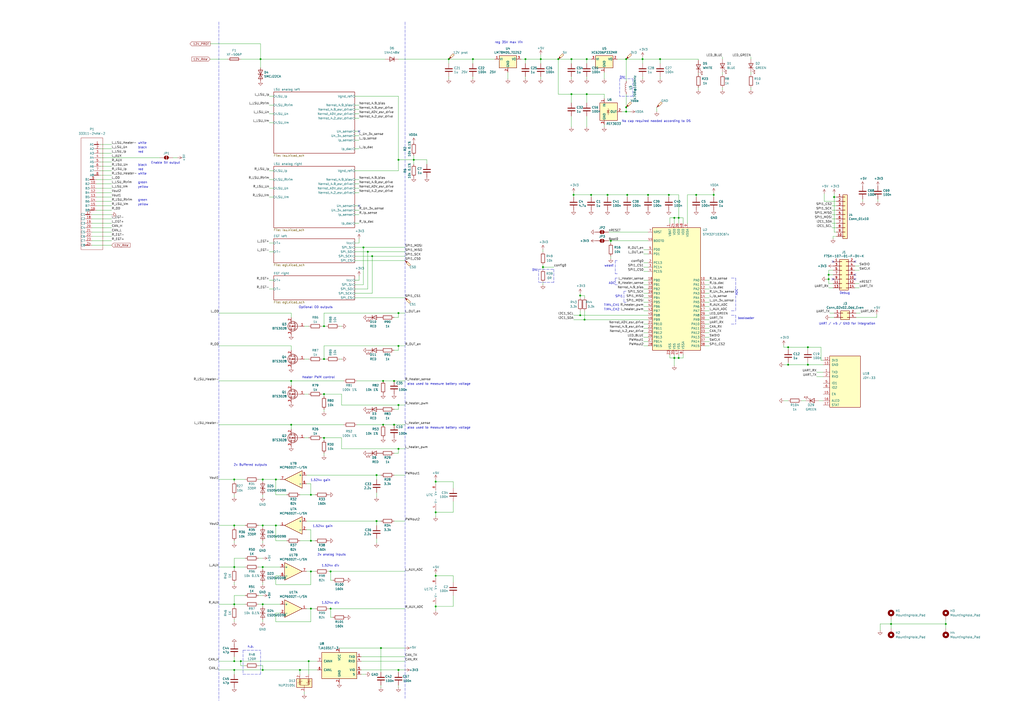
<source format=kicad_sch>
(kicad_sch (version 20211123) (generator eeschema)
  (paper "A2")
  (lib_symbols
    (symbol "+3.3V_1" (power) (pin_numbers hide) (pin_names (offset 0) hide)
      (property "Value" "+3.3V_1" (at 0 3.556 0))
      (symbol "+3.3V_1_1_1"
        (pin power_in line (at 0 0 90) (length 0) hide (name "+3V3") (number "1"))
      )
    )
    (symbol "+3.3V_2" (power) (pin_numbers hide) (pin_names (offset 0) hide)
      (property "Value" "+3.3V_2" (at 0 3.556 0))
      (symbol "+3.3V_2_1_1"
        (pin power_in line (at 0 0 90) (length 0) hide (name "+3V3") (number "1"))
      )
    )
    (symbol "+3.3V_3" (power) (pin_numbers hide) (pin_names (offset 0) hide)
      (property "Value" "+3.3V_3" (at 0 3.556 0))
      (symbol "+3.3V_3_1_1"
        (pin power_in line (at 0 0 90) (length 0) hide (name "+3V3") (number "1"))
      )
    )
    (symbol "+3.3V_4" (power) (pin_numbers hide) (pin_names (offset 0) hide)
      (property "Value" "+3.3V_4" (at 0 3.556 0))
      (symbol "+3.3V_4_1_1"
        (pin power_in line (at 0 0 90) (length 0) hide (name "+3V3") (number "1"))
      )
    )
    (symbol "+3.3V_5" (power) (pin_numbers hide) (pin_names (offset 0) hide)
      (property "Value" "+3.3V_5" (at 0 3.556 0))
      (symbol "+3.3V_5_1_1"
        (pin power_in line (at 0 0 90) (length 0) hide (name "+3V3") (number "1"))
      )
    )
    (symbol "+3.3V_6" (power) (pin_numbers hide) (pin_names (offset 0) hide)
      (property "Value" "+3.3V_6" (at 0 3.556 0))
      (symbol "+3.3V_6_1_1"
        (pin power_in line (at 0 0 90) (length 0) hide (name "+3V3") (number "1"))
      )
    )
    (symbol "+3.3V_7" (power) (pin_numbers hide) (pin_names (offset 0) hide)
      (property "Value" "+3.3V_7" (at 0 3.556 0))
      (symbol "+3.3V_7_1_1"
        (pin power_in line (at 0 0 90) (length 0) hide (name "+3V3") (number "1"))
      )
    )
    (symbol "+3.3V_8" (power) (pin_numbers hide) (pin_names (offset 0) hide)
      (property "Value" "+3.3V_8" (at 0 3.556 0))
      (symbol "+3.3V_8_1_1"
        (pin power_in line (at 0 0 90) (length 0) hide (name "+3V3") (number "1"))
      )
    )
    (symbol "+5V_1" (power) (pin_numbers hide) (pin_names (offset 0) hide)
      (property "Value" "+5V_1" (at 0 3.556 0))
      (symbol "+5V_1_1_1"
        (pin power_in line (at 0 0 90) (length 0) hide (name "+5V") (number "1"))
      )
    )
    (symbol "+5V_2" (power) (pin_numbers hide) (pin_names (offset 0) hide)
      (property "Value" "+5V_2" (at 0 3.556 0))
      (symbol "+5V_2_1_1"
        (pin power_in line (at 0 0 90) (length 0) hide (name "+5V") (number "1"))
      )
    )
    (symbol "+5V_3" (power) (pin_numbers hide) (pin_names (offset 0) hide)
      (property "Value" "+5V_3" (at 0 3.556 0))
      (symbol "+5V_3_1_1"
        (pin power_in line (at 0 0 90) (length 0) hide (name "+5V") (number "1"))
      )
    )
    (symbol "+5V_4" (power) (pin_numbers hide) (pin_names (offset 0) hide)
      (property "Value" "+5V_4" (at 0 3.556 0))
      (symbol "+5V_4_1_1"
        (pin power_in line (at 0 0 90) (length 0) hide (name "+5V") (number "1"))
      )
    )
    (symbol "+5V_5" (power) (pin_numbers hide) (pin_names (offset 0) hide)
      (property "Value" "+5V_5" (at 0 3.556 0))
      (symbol "+5V_5_1_1"
        (pin power_in line (at 0 0 90) (length 0) hide (name "+5V") (number "1"))
      )
    )
    (symbol "+5V_6" (power) (pin_numbers hide) (pin_names (offset 0) hide)
      (property "Value" "+5V_6" (at 0 3.556 0))
      (symbol "+5V_6_1_1"
        (pin power_in line (at 0 0 90) (length 0) hide (name "+5V") (number "1"))
      )
    )
    (symbol "+5V_7" (power) (pin_numbers hide) (pin_names (offset 0) hide)
      (property "Value" "+5V_7" (at 0 3.556 0))
      (symbol "+5V_7_1_1"
        (pin power_in line (at 0 0 90) (length 0) hide (name "+5V") (number "1"))
      )
    )
    (symbol "+5V_8" (power) (pin_numbers hide) (pin_names (offset 0) hide)
      (property "Value" "+5V_8" (at 0 3.556 0))
      (symbol "+5V_8_1_1"
        (pin power_in line (at 0 0 90) (length 0) hide (name "+5V") (number "1"))
      )
    )
    (symbol "33311-24AW-2:33311-24AW-2" (pin_names (offset 0.025))
      (property "Reference" "P2" (at 3.81 22.86 90))
      (property "Value" "33311-24AW-2" (at 3.81 20.32 90))
      (symbol "33311-24AW-2_1_1"
        (pin passive line (at -25.4 -8.89 90) (length 3.81) (name "A1") (number "1"))
        (pin passive line (at -2.54 -6.35 90) (length 3.81) (name "B2") (number "10"))
        (pin passive line (at 0 -6.35 90) (length 3.81) (name "B3") (number "11"))
        (pin passive line (at 2.54 -6.35 90) (length 3.81) (name "B4") (number "12"))
        (pin passive line (at 5.08 -6.35 90) (length 3.81) (name "B5") (number "13"))
        (pin passive line (at 7.62 -6.35 90) (length 3.81) (name "B6") (number "14"))
        (pin passive line (at 10.16 -6.35 90) (length 3.81) (name "B7") (number "15"))
        (pin passive line (at 12.7 -6.35 90) (length 3.81) (name "B8") (number "16"))
        (pin passive line (at 15.24 -3.81 90) (length 3.81) (name "C1") (number "17"))
        (pin passive line (at 17.78 -3.81 90) (length 3.81) (name "C2") (number "18"))
        (pin passive line (at 20.32 -3.81 90) (length 3.81) (name "C3") (number "19"))
        (pin passive line (at -22.86 -8.89 90) (length 3.81) (name "A2") (number "2"))
        (pin passive line (at 22.86 -3.81 90) (length 3.81) (name "C4") (number "20"))
        (pin passive line (at 25.4 -3.81 90) (length 3.81) (name "C5") (number "21"))
        (pin passive line (at 27.94 -3.81 90) (length 3.81) (name "C6") (number "22"))
        (pin passive line (at 30.48 -3.81 90) (length 3.81) (name "C7") (number "23"))
        (pin passive line (at 33.02 -3.81 90) (length 3.81) (name "C8") (number "24"))
        (pin passive line (at -20.32 -8.89 90) (length 3.81) (name "A3") (number "3"))
        (pin passive line (at -17.78 -8.89 90) (length 3.81) (name "A4") (number "4"))
        (pin passive line (at -15.24 -8.89 90) (length 3.81) (name "A5") (number "5"))
        (pin passive line (at -12.7 -8.89 90) (length 3.81) (name "A6") (number "6"))
        (pin passive line (at -10.16 -8.89 90) (length 3.81) (name "A7") (number "7"))
        (pin passive line (at -7.62 -8.89 90) (length 3.81) (name "A8") (number "8"))
        (pin passive line (at -5.08 -6.35 90) (length 3.81) (name "B1") (number "9"))
      )
    )
    (symbol "Amplifier_Operational:MCP6002-xSN" (pin_names (offset 0.127))
      (property "Reference" "U" (at 0 5.08 0))
      (property "Value" "MCP6002-xSN" (at 0 -5.08 0))
      (symbol "MCP6002-xSN_1_1"
        (pin output line (at 7.62 0 180) (length 2.54) (name "~") (number "1"))
        (pin input line (at -7.62 -2.54 0) (length 2.54) (name "-") (number "2"))
        (pin input line (at -7.62 2.54 0) (length 2.54) (name "+") (number "3"))
      )
      (symbol "MCP6002-xSN_2_1"
        (pin input line (at -7.62 2.54 0) (length 2.54) (name "+") (number "5"))
        (pin input line (at -7.62 -2.54 0) (length 2.54) (name "-") (number "6"))
        (pin output line (at 7.62 0 180) (length 2.54) (name "~") (number "7"))
      )
      (symbol "MCP6002-xSN_3_1"
        (pin power_in line (at -2.54 -7.62 90) (length 3.81) (name "V-") (number "4"))
        (pin power_in line (at -2.54 7.62 270) (length 3.81) (name "V+") (number "8"))
      )
    )
    (symbol "Connector:TestPoint_Probe" (pin_numbers hide) (pin_names (offset 0.762) hide)
      (property "Reference" "TP" (at 1.651 5.842 0))
      (property "Value" "TestPoint_Probe" (at 1.651 4.064 0))
      (symbol "TestPoint_Probe_1_1"
        (pin passive line (at 0 0 90) (length 0) (name "1") (number "1"))
      )
    )
    (symbol "Connector_Generic:Conn_01x10" (pin_names (offset 1.016) hide)
      (property "Reference" "J" (at 0 12.7 0))
      (property "Value" "Conn_01x10" (at 0 -15.24 0))
      (symbol "Conn_01x10_1_1"
        (pin passive line (at -5.08 10.16 0) (length 3.81) (name "Pin_1") (number "1"))
        (pin passive line (at -5.08 -12.7 0) (length 3.81) (name "Pin_10") (number "10"))
        (pin passive line (at -5.08 7.62 0) (length 3.81) (name "Pin_2") (number "2"))
        (pin passive line (at -5.08 5.08 0) (length 3.81) (name "Pin_3") (number "3"))
        (pin passive line (at -5.08 2.54 0) (length 3.81) (name "Pin_4") (number "4"))
        (pin passive line (at -5.08 0 0) (length 3.81) (name "Pin_5") (number "5"))
        (pin passive line (at -5.08 -2.54 0) (length 3.81) (name "Pin_6") (number "6"))
        (pin passive line (at -5.08 -5.08 0) (length 3.81) (name "Pin_7") (number "7"))
        (pin passive line (at -5.08 -7.62 0) (length 3.81) (name "Pin_8") (number "8"))
        (pin passive line (at -5.08 -10.16 0) (length 3.81) (name "Pin_9") (number "9"))
      )
    )
    (symbol "Connector_Generic:Conn_02x02_Odd_Even" (pin_names (offset 1.016) hide)
      (property "Reference" "J" (at 1.27 2.54 0))
      (property "Value" "Conn_02x02_Odd_Even" (at 1.27 -5.08 0))
      (symbol "Conn_02x02_Odd_Even_1_1"
        (pin passive line (at -5.08 0 0) (length 3.81) (name "Pin_1") (number "1"))
        (pin passive line (at 7.62 0 180) (length 3.81) (name "Pin_2") (number "2"))
        (pin passive line (at -5.08 -2.54 0) (length 3.81) (name "Pin_3") (number "3"))
        (pin passive line (at 7.62 -2.54 180) (length 3.81) (name "Pin_4") (number "4"))
      )
    )
    (symbol "Connector_Generic:Conn_02x07_Odd_Even" (pin_names (offset 1.016) hide)
      (property "Reference" "J" (at 1.27 10.16 0))
      (property "Value" "Conn_02x07_Odd_Even" (at 1.27 -10.16 0))
      (symbol "Conn_02x07_Odd_Even_1_1"
        (pin passive line (at -5.08 7.62 0) (length 3.81) (name "Pin_1") (number "1"))
        (pin passive line (at 7.62 -2.54 180) (length 3.81) (name "Pin_10") (number "10"))
        (pin passive line (at -5.08 -5.08 0) (length 3.81) (name "Pin_11") (number "11"))
        (pin passive line (at 7.62 -5.08 180) (length 3.81) (name "Pin_12") (number "12"))
        (pin passive line (at -5.08 -7.62 0) (length 3.81) (name "Pin_13") (number "13"))
        (pin passive line (at 7.62 -7.62 180) (length 3.81) (name "Pin_14") (number "14"))
        (pin passive line (at 7.62 7.62 180) (length 3.81) (name "Pin_2") (number "2"))
        (pin passive line (at -5.08 5.08 0) (length 3.81) (name "Pin_3") (number "3"))
        (pin passive line (at 7.62 5.08 180) (length 3.81) (name "Pin_4") (number "4"))
        (pin passive line (at -5.08 2.54 0) (length 3.81) (name "Pin_5") (number "5"))
        (pin passive line (at 7.62 2.54 180) (length 3.81) (name "Pin_6") (number "6"))
        (pin passive line (at -5.08 0 0) (length 3.81) (name "Pin_7") (number "7"))
        (pin passive line (at 7.62 0 180) (length 3.81) (name "Pin_8") (number "8"))
        (pin passive line (at -5.08 -2.54 0) (length 3.81) (name "Pin_9") (number "9"))
      )
    )
    (symbol "Device:C" (pin_numbers hide) (pin_names (offset 0.254))
      (property "Reference" "C" (at 0.635 2.54 0))
      (property "Value" "C" (at 0.635 -2.54 0))
      (symbol "C_1_1"
        (pin passive line (at 0 3.81 270) (length 2.794) (name "~") (number "1"))
        (pin passive line (at 0 -3.81 90) (length 2.794) (name "~") (number "2"))
      )
    )
    (symbol "Device:D_TVS" (pin_numbers hide) (pin_names (offset 1.016) hide)
      (property "Reference" "D" (at 0 2.54 0))
      (property "Value" "D_TVS" (at 0 -2.54 0))
      (symbol "D_TVS_1_1"
        (pin passive line (at -3.81 0 0) (length 2.54) (name "A1") (number "1"))
        (pin passive line (at 3.81 0 180) (length 2.54) (name "A2") (number "2"))
      )
    )
    (symbol "Device:Fuse" (pin_numbers hide) (pin_names (offset 0))
      (property "Reference" "F" (at 2.032 0 90))
      (property "Value" "Fuse" (at -1.905 0 90))
      (symbol "Fuse_1_1"
        (pin passive line (at 0 3.81 270) (length 1.27) (name "~") (number "1"))
        (pin passive line (at 0 -3.81 90) (length 1.27) (name "~") (number "2"))
      )
    )
    (symbol "Device:L" (pin_numbers hide) (pin_names (offset 1.016) hide)
      (property "Reference" "L" (at -1.27 0 90))
      (property "Value" "L" (at 1.905 0 90))
      (symbol "L_1_1"
        (pin passive line (at 0 3.81 270) (length 1.27) (name "1") (number "1"))
        (pin passive line (at 0 -3.81 90) (length 1.27) (name "2") (number "2"))
      )
    )
    (symbol "Device:LED" (pin_numbers hide) (pin_names (offset 1.016) hide)
      (property "Reference" "D" (at 0 2.54 0))
      (property "Value" "LED" (at 0 -2.54 0))
      (symbol "LED_1_1"
        (pin passive line (at -3.81 0 0) (length 2.54) (name "K") (number "1"))
        (pin passive line (at 3.81 0 180) (length 2.54) (name "A") (number "2"))
      )
    )
    (symbol "Device:Q_NMOS_GDS" (pin_names (offset 0) hide)
      (property "Reference" "Q" (at 5.08 1.27 0))
      (property "Value" "Q_NMOS_GDS" (at 5.08 -1.27 0))
      (symbol "Q_NMOS_GDS_1_1"
        (pin input line (at -5.08 0 0) (length 2.54) (name "G") (number "1"))
        (pin passive line (at 2.54 5.08 270) (length 2.54) (name "D") (number "2"))
        (pin passive line (at 2.54 -5.08 90) (length 2.54) (name "S") (number "3"))
      )
    )
    (symbol "Device:R" (pin_numbers hide) (pin_names (offset 0))
      (property "Reference" "R" (at 2.032 0 90))
      (property "Value" "R" (at 0 0 90))
      (symbol "R_1_1"
        (pin passive line (at 0 3.81 270) (length 1.27) (name "~") (number "1"))
        (pin passive line (at 0 -3.81 90) (length 1.27) (name "~") (number "2"))
      )
    )
    (symbol "Diode:1N4148W" (pin_numbers hide) (pin_names (offset 1.016) hide)
      (property "Reference" "D" (at 0 2.54 0))
      (property "Value" "1N4148W" (at 0 -2.54 0))
      (symbol "1N4148W_1_1"
        (pin passive line (at -3.81 0 0) (length 2.54) (name "K") (number "1"))
        (pin passive line (at 3.81 0 180) (length 2.54) (name "A") (number "2"))
      )
    )
    (symbol "Diode:ESD9B5.0ST5G" (pin_numbers hide) (pin_names (offset 1.016) hide)
      (property "Reference" "D" (at 0 2.54 0))
      (property "Value" "ESD9B5.0ST5G" (at 0 -2.54 0))
      (symbol "ESD9B5.0ST5G_1_1"
        (pin passive line (at -3.81 0 0) (length 2.54) (name "A1") (number "1"))
        (pin passive line (at 3.81 0 180) (length 2.54) (name "A2") (number "2"))
      )
    )
    (symbol "GND_1" (power) (pin_numbers hide) (pin_names (offset 0) hide)
      (property "Value" "GND_1" (at 0 -3.81 0))
      (symbol "GND_1_1_1"
        (pin power_in line (at 0 0 270) (length 0) hide (name "GND") (number "1"))
      )
    )
    (symbol "GND_10" (power) (pin_numbers hide) (pin_names (offset 0) hide)
      (property "Value" "GND_10" (at 0 -3.81 0))
      (symbol "GND_10_1_1"
        (pin power_in line (at 0 0 270) (length 0) hide (name "GND") (number "1"))
      )
    )
    (symbol "GND_11" (power) (pin_numbers hide) (pin_names (offset 0) hide)
      (property "Value" "GND_11" (at 0 -3.81 0))
      (symbol "GND_11_1_1"
        (pin power_in line (at 0 0 270) (length 0) hide (name "GND") (number "1"))
      )
    )
    (symbol "GND_12" (power) (pin_numbers hide) (pin_names (offset 0) hide)
      (property "Value" "GND_12" (at 0 -3.81 0))
      (symbol "GND_12_1_1"
        (pin power_in line (at 0 0 270) (length 0) hide (name "GND") (number "1"))
      )
    )
    (symbol "GND_13" (power) (pin_numbers hide) (pin_names (offset 0) hide)
      (property "Value" "GND_13" (at 0 -3.81 0))
      (symbol "GND_13_1_1"
        (pin power_in line (at 0 0 270) (length 0) hide (name "GND") (number "1"))
      )
    )
    (symbol "GND_14" (power) (pin_numbers hide) (pin_names (offset 0) hide)
      (property "Value" "GND_14" (at 0 -3.81 0))
      (symbol "GND_14_1_1"
        (pin power_in line (at 0 0 270) (length 0) hide (name "GND") (number "1"))
      )
    )
    (symbol "GND_15" (power) (pin_numbers hide) (pin_names (offset 0) hide)
      (property "Value" "GND_15" (at 0 -3.81 0))
      (symbol "GND_15_1_1"
        (pin power_in line (at 0 0 270) (length 0) hide (name "GND") (number "1"))
      )
    )
    (symbol "GND_16" (power) (pin_numbers hide) (pin_names (offset 0) hide)
      (property "Value" "GND_16" (at 0 -3.81 0))
      (symbol "GND_16_1_1"
        (pin power_in line (at 0 0 270) (length 0) hide (name "GND") (number "1"))
      )
    )
    (symbol "GND_17" (power) (pin_numbers hide) (pin_names (offset 0) hide)
      (property "Value" "GND_17" (at 0 -3.81 0))
      (symbol "GND_17_1_1"
        (pin power_in line (at 0 0 270) (length 0) hide (name "GND") (number "1"))
      )
    )
    (symbol "GND_18" (power) (pin_numbers hide) (pin_names (offset 0) hide)
      (property "Value" "GND_18" (at 0 -3.81 0))
      (symbol "GND_18_1_1"
        (pin power_in line (at 0 0 270) (length 0) hide (name "GND") (number "1"))
      )
    )
    (symbol "GND_19" (power) (pin_numbers hide) (pin_names (offset 0) hide)
      (property "Value" "GND_19" (at 0 -3.81 0))
      (symbol "GND_19_1_1"
        (pin power_in line (at 0 0 270) (length 0) hide (name "GND") (number "1"))
      )
    )
    (symbol "GND_2" (power) (pin_numbers hide) (pin_names (offset 0) hide)
      (property "Value" "GND_2" (at 0 -3.81 0))
      (symbol "GND_2_1_1"
        (pin power_in line (at 0 0 270) (length 0) hide (name "GND") (number "1"))
      )
    )
    (symbol "GND_20" (power) (pin_numbers hide) (pin_names (offset 0) hide)
      (property "Value" "GND_20" (at 0 -3.81 0))
      (symbol "GND_20_1_1"
        (pin power_in line (at 0 0 270) (length 0) hide (name "GND") (number "1"))
      )
    )
    (symbol "GND_21" (power) (pin_numbers hide) (pin_names (offset 0) hide)
      (property "Value" "GND_21" (at 0 -3.81 0))
      (symbol "GND_21_1_1"
        (pin power_in line (at 0 0 270) (length 0) hide (name "GND") (number "1"))
      )
    )
    (symbol "GND_22" (power) (pin_numbers hide) (pin_names (offset 0) hide)
      (property "Value" "GND_22" (at 0 -3.81 0))
      (symbol "GND_22_1_1"
        (pin power_in line (at 0 0 270) (length 0) hide (name "GND") (number "1"))
      )
    )
    (symbol "GND_23" (power) (pin_numbers hide) (pin_names (offset 0) hide)
      (property "Value" "GND_23" (at 0 -3.81 0))
      (symbol "GND_23_1_1"
        (pin power_in line (at 0 0 270) (length 0) hide (name "GND") (number "1"))
      )
    )
    (symbol "GND_24" (power) (pin_numbers hide) (pin_names (offset 0) hide)
      (property "Value" "GND_24" (at 0 -3.81 0))
      (symbol "GND_24_1_1"
        (pin power_in line (at 0 0 270) (length 0) hide (name "GND") (number "1"))
      )
    )
    (symbol "GND_25" (power) (pin_numbers hide) (pin_names (offset 0) hide)
      (property "Value" "GND_25" (at 0 -3.81 0))
      (symbol "GND_25_1_1"
        (pin power_in line (at 0 0 270) (length 0) hide (name "GND") (number "1"))
      )
    )
    (symbol "GND_26" (power) (pin_numbers hide) (pin_names (offset 0) hide)
      (property "Value" "GND_26" (at 0 -3.81 0))
      (symbol "GND_26_1_1"
        (pin power_in line (at 0 0 270) (length 0) hide (name "GND") (number "1"))
      )
    )
    (symbol "GND_27" (power) (pin_numbers hide) (pin_names (offset 0) hide)
      (property "Value" "GND_27" (at 0 -3.81 0))
      (symbol "GND_27_1_1"
        (pin power_in line (at 0 0 270) (length 0) hide (name "GND") (number "1"))
      )
    )
    (symbol "GND_28" (power) (pin_numbers hide) (pin_names (offset 0) hide)
      (property "Value" "GND_28" (at 0 -3.81 0))
      (symbol "GND_28_1_1"
        (pin power_in line (at 0 0 270) (length 0) hide (name "GND") (number "1"))
      )
    )
    (symbol "GND_29" (power) (pin_numbers hide) (pin_names (offset 0) hide)
      (property "Value" "GND_29" (at 0 -3.81 0))
      (symbol "GND_29_1_1"
        (pin power_in line (at 0 0 270) (length 0) hide (name "GND") (number "1"))
      )
    )
    (symbol "GND_3" (power) (pin_numbers hide) (pin_names (offset 0) hide)
      (property "Value" "GND_3" (at 0 -3.81 0))
      (symbol "GND_3_1_1"
        (pin power_in line (at 0 0 270) (length 0) hide (name "GND") (number "1"))
      )
    )
    (symbol "GND_30" (power) (pin_numbers hide) (pin_names (offset 0) hide)
      (property "Value" "GND_30" (at 0 -3.81 0))
      (symbol "GND_30_1_1"
        (pin power_in line (at 0 0 270) (length 0) hide (name "GND") (number "1"))
      )
    )
    (symbol "GND_31" (power) (pin_numbers hide) (pin_names (offset 0) hide)
      (property "Value" "GND_31" (at 0 -3.81 0))
      (symbol "GND_31_1_1"
        (pin power_in line (at 0 0 270) (length 0) hide (name "GND") (number "1"))
      )
    )
    (symbol "GND_32" (power) (pin_numbers hide) (pin_names (offset 0) hide)
      (property "Value" "GND_32" (at 0 -3.81 0))
      (symbol "GND_32_1_1"
        (pin power_in line (at 0 0 270) (length 0) hide (name "GND") (number "1"))
      )
    )
    (symbol "GND_33" (power) (pin_numbers hide) (pin_names (offset 0) hide)
      (property "Value" "GND_33" (at 0 -3.81 0))
      (symbol "GND_33_1_1"
        (pin power_in line (at 0 0 270) (length 0) hide (name "GND") (number "1"))
      )
    )
    (symbol "GND_34" (power) (pin_numbers hide) (pin_names (offset 0) hide)
      (property "Value" "GND_34" (at 0 -3.81 0))
      (symbol "GND_34_1_1"
        (pin power_in line (at 0 0 270) (length 0) hide (name "GND") (number "1"))
      )
    )
    (symbol "GND_35" (power) (pin_numbers hide) (pin_names (offset 0) hide)
      (property "Value" "GND_35" (at 0 -3.81 0))
      (symbol "GND_35_1_1"
        (pin power_in line (at 0 0 270) (length 0) hide (name "GND") (number "1"))
      )
    )
    (symbol "GND_36" (power) (pin_numbers hide) (pin_names (offset 0) hide)
      (property "Value" "GND_36" (at 0 -3.81 0))
      (symbol "GND_36_1_1"
        (pin power_in line (at 0 0 270) (length 0) hide (name "GND") (number "1"))
      )
    )
    (symbol "GND_37" (power) (pin_numbers hide) (pin_names (offset 0) hide)
      (property "Value" "GND_37" (at 0 -3.81 0))
      (symbol "GND_37_1_1"
        (pin power_in line (at 0 0 270) (length 0) hide (name "GND") (number "1"))
      )
    )
    (symbol "GND_38" (power) (pin_numbers hide) (pin_names (offset 0) hide)
      (property "Value" "GND_38" (at 0 -3.81 0))
      (symbol "GND_38_1_1"
        (pin power_in line (at 0 0 270) (length 0) hide (name "GND") (number "1"))
      )
    )
    (symbol "GND_39" (power) (pin_numbers hide) (pin_names (offset 0) hide)
      (property "Value" "GND_39" (at 0 -3.81 0))
      (symbol "GND_39_1_1"
        (pin power_in line (at 0 0 270) (length 0) hide (name "GND") (number "1"))
      )
    )
    (symbol "GND_4" (power) (pin_numbers hide) (pin_names (offset 0) hide)
      (property "Value" "GND_4" (at 0 -3.81 0))
      (symbol "GND_4_1_1"
        (pin power_in line (at 0 0 270) (length 0) hide (name "GND") (number "1"))
      )
    )
    (symbol "GND_40" (power) (pin_numbers hide) (pin_names (offset 0) hide)
      (property "Value" "GND_40" (at 0 -3.81 0))
      (symbol "GND_40_1_1"
        (pin power_in line (at 0 0 270) (length 0) hide (name "GND") (number "1"))
      )
    )
    (symbol "GND_41" (power) (pin_numbers hide) (pin_names (offset 0) hide)
      (property "Value" "GND_41" (at 0 -3.81 0))
      (symbol "GND_41_1_1"
        (pin power_in line (at 0 0 270) (length 0) hide (name "GND") (number "1"))
      )
    )
    (symbol "GND_42" (power) (pin_numbers hide) (pin_names (offset 0) hide)
      (property "Value" "GND_42" (at 0 -3.81 0))
      (symbol "GND_42_1_1"
        (pin power_in line (at 0 0 270) (length 0) hide (name "GND") (number "1"))
      )
    )
    (symbol "GND_43" (power) (pin_numbers hide) (pin_names (offset 0) hide)
      (property "Value" "GND_43" (at 0 -3.81 0))
      (symbol "GND_43_1_1"
        (pin power_in line (at 0 0 270) (length 0) hide (name "GND") (number "1"))
      )
    )
    (symbol "GND_44" (power) (pin_numbers hide) (pin_names (offset 0) hide)
      (property "Value" "GND_44" (at 0 -3.81 0))
      (symbol "GND_44_1_1"
        (pin power_in line (at 0 0 270) (length 0) hide (name "GND") (number "1"))
      )
    )
    (symbol "GND_45" (power) (pin_numbers hide) (pin_names (offset 0) hide)
      (property "Value" "GND_45" (at 0 -3.81 0))
      (symbol "GND_45_1_1"
        (pin power_in line (at 0 0 270) (length 0) hide (name "GND") (number "1"))
      )
    )
    (symbol "GND_46" (power) (pin_numbers hide) (pin_names (offset 0) hide)
      (property "Value" "GND_46" (at 0 -3.81 0))
      (symbol "GND_46_1_1"
        (pin power_in line (at 0 0 270) (length 0) hide (name "GND") (number "1"))
      )
    )
    (symbol "GND_47" (power) (pin_numbers hide) (pin_names (offset 0) hide)
      (property "Value" "GND_47" (at 0 -3.81 0))
      (symbol "GND_47_1_1"
        (pin power_in line (at 0 0 270) (length 0) hide (name "GND") (number "1"))
      )
    )
    (symbol "GND_48" (power) (pin_numbers hide) (pin_names (offset 0) hide)
      (property "Value" "GND_48" (at 0 -3.81 0))
      (symbol "GND_48_1_1"
        (pin power_in line (at 0 0 270) (length 0) hide (name "GND") (number "1"))
      )
    )
    (symbol "GND_49" (power) (pin_numbers hide) (pin_names (offset 0) hide)
      (property "Value" "GND_49" (at 0 -3.81 0))
      (symbol "GND_49_1_1"
        (pin power_in line (at 0 0 270) (length 0) hide (name "GND") (number "1"))
      )
    )
    (symbol "GND_5" (power) (pin_numbers hide) (pin_names (offset 0) hide)
      (property "Value" "GND_5" (at 0 -3.81 0))
      (symbol "GND_5_1_1"
        (pin power_in line (at 0 0 270) (length 0) hide (name "GND") (number "1"))
      )
    )
    (symbol "GND_50" (power) (pin_numbers hide) (pin_names (offset 0) hide)
      (property "Value" "GND_50" (at 0 -3.81 0))
      (symbol "GND_50_1_1"
        (pin power_in line (at 0 0 270) (length 0) hide (name "GND") (number "1"))
      )
    )
    (symbol "GND_51" (power) (pin_numbers hide) (pin_names (offset 0) hide)
      (property "Value" "GND_51" (at 0 -3.81 0))
      (symbol "GND_51_1_1"
        (pin power_in line (at 0 0 270) (length 0) hide (name "GND") (number "1"))
      )
    )
    (symbol "GND_52" (power) (pin_numbers hide) (pin_names (offset 0) hide)
      (property "Value" "GND_52" (at 0 -3.81 0))
      (symbol "GND_52_1_1"
        (pin power_in line (at 0 0 270) (length 0) hide (name "GND") (number "1"))
      )
    )
    (symbol "GND_53" (power) (pin_numbers hide) (pin_names (offset 0) hide)
      (property "Value" "GND_53" (at 0 -3.81 0))
      (symbol "GND_53_1_1"
        (pin power_in line (at 0 0 270) (length 0) hide (name "GND") (number "1"))
      )
    )
    (symbol "GND_54" (power) (pin_numbers hide) (pin_names (offset 0) hide)
      (property "Value" "GND_54" (at 0 -3.81 0))
      (symbol "GND_54_1_1"
        (pin power_in line (at 0 0 270) (length 0) hide (name "GND") (number "1"))
      )
    )
    (symbol "GND_55" (power) (pin_numbers hide) (pin_names (offset 0) hide)
      (property "Value" "GND_55" (at 0 -3.81 0))
      (symbol "GND_55_1_1"
        (pin power_in line (at 0 0 270) (length 0) hide (name "GND") (number "1"))
      )
    )
    (symbol "GND_56" (power) (pin_numbers hide) (pin_names (offset 0) hide)
      (property "Value" "GND_56" (at 0 -3.81 0))
      (symbol "GND_56_1_1"
        (pin power_in line (at 0 0 270) (length 0) hide (name "GND") (number "1"))
      )
    )
    (symbol "GND_57" (power) (pin_numbers hide) (pin_names (offset 0) hide)
      (property "Value" "GND_57" (at 0 -3.81 0))
      (symbol "GND_57_1_1"
        (pin power_in line (at 0 0 270) (length 0) hide (name "GND") (number "1"))
      )
    )
    (symbol "GND_58" (power) (pin_numbers hide) (pin_names (offset 0) hide)
      (property "Value" "GND_58" (at 0 -3.81 0))
      (symbol "GND_58_1_1"
        (pin power_in line (at 0 0 270) (length 0) hide (name "GND") (number "1"))
      )
    )
    (symbol "GND_59" (power) (pin_numbers hide) (pin_names (offset 0) hide)
      (property "Value" "GND_59" (at 0 -3.81 0))
      (symbol "GND_59_1_1"
        (pin power_in line (at 0 0 270) (length 0) hide (name "GND") (number "1"))
      )
    )
    (symbol "GND_6" (power) (pin_numbers hide) (pin_names (offset 0) hide)
      (property "Value" "GND_6" (at 0 -3.81 0))
      (symbol "GND_6_1_1"
        (pin power_in line (at 0 0 270) (length 0) hide (name "GND") (number "1"))
      )
    )
    (symbol "GND_60" (power) (pin_numbers hide) (pin_names (offset 0) hide)
      (property "Value" "GND_60" (at 0 -3.81 0))
      (symbol "GND_60_1_1"
        (pin power_in line (at 0 0 270) (length 0) hide (name "GND") (number "1"))
      )
    )
    (symbol "GND_61" (power) (pin_numbers hide) (pin_names (offset 0) hide)
      (property "Value" "GND_61" (at 0 -3.81 0))
      (symbol "GND_61_1_1"
        (pin power_in line (at 0 0 270) (length 0) hide (name "GND") (number "1"))
      )
    )
    (symbol "GND_62" (power) (pin_numbers hide) (pin_names (offset 0) hide)
      (property "Value" "GND_62" (at 0 -3.81 0))
      (symbol "GND_62_1_1"
        (pin power_in line (at 0 0 270) (length 0) hide (name "GND") (number "1"))
      )
    )
    (symbol "GND_63" (power) (pin_numbers hide) (pin_names (offset 0) hide)
      (property "Value" "GND_63" (at 0 -3.81 0))
      (symbol "GND_63_1_1"
        (pin power_in line (at 0 0 270) (length 0) hide (name "GND") (number "1"))
      )
    )
    (symbol "GND_64" (power) (pin_numbers hide) (pin_names (offset 0) hide)
      (property "Value" "GND_64" (at 0 -3.81 0))
      (symbol "GND_64_1_1"
        (pin power_in line (at 0 0 270) (length 0) hide (name "GND") (number "1"))
      )
    )
    (symbol "GND_65" (power) (pin_numbers hide) (pin_names (offset 0) hide)
      (property "Value" "GND_65" (at 0 -3.81 0))
      (symbol "GND_65_1_1"
        (pin power_in line (at 0 0 270) (length 0) hide (name "GND") (number "1"))
      )
    )
    (symbol "GND_66" (power) (pin_numbers hide) (pin_names (offset 0) hide)
      (property "Value" "GND_66" (at 0 -3.81 0))
      (symbol "GND_66_1_1"
        (pin power_in line (at 0 0 270) (length 0) hide (name "GND") (number "1"))
      )
    )
    (symbol "GND_67" (power) (pin_numbers hide) (pin_names (offset 0) hide)
      (property "Value" "GND_67" (at 0 -3.81 0))
      (symbol "GND_67_1_1"
        (pin power_in line (at 0 0 270) (length 0) hide (name "GND") (number "1"))
      )
    )
    (symbol "GND_68" (power) (pin_numbers hide) (pin_names (offset 0) hide)
      (property "Value" "GND_68" (at 0 -3.81 0))
      (symbol "GND_68_1_1"
        (pin power_in line (at 0 0 270) (length 0) hide (name "GND") (number "1"))
      )
    )
    (symbol "GND_69" (power) (pin_numbers hide) (pin_names (offset 0) hide)
      (property "Value" "GND_69" (at 0 -3.81 0))
      (symbol "GND_69_1_1"
        (pin power_in line (at 0 0 270) (length 0) hide (name "GND") (number "1"))
      )
    )
    (symbol "GND_7" (power) (pin_numbers hide) (pin_names (offset 0) hide)
      (property "Value" "GND_7" (at 0 -3.81 0))
      (symbol "GND_7_1_1"
        (pin power_in line (at 0 0 270) (length 0) hide (name "GND") (number "1"))
      )
    )
    (symbol "GND_70" (power) (pin_numbers hide) (pin_names (offset 0) hide)
      (property "Value" "GND_70" (at 0 -3.81 0))
      (symbol "GND_70_1_1"
        (pin power_in line (at 0 0 270) (length 0) hide (name "GND") (number "1"))
      )
    )
    (symbol "GND_71" (power) (pin_numbers hide) (pin_names (offset 0) hide)
      (property "Value" "GND_71" (at 0 -3.81 0))
      (symbol "GND_71_1_1"
        (pin power_in line (at 0 0 270) (length 0) hide (name "GND") (number "1"))
      )
    )
    (symbol "GND_72" (power) (pin_numbers hide) (pin_names (offset 0) hide)
      (property "Value" "GND_72" (at 0 -3.81 0))
      (symbol "GND_72_1_1"
        (pin power_in line (at 0 0 270) (length 0) hide (name "GND") (number "1"))
      )
    )
    (symbol "GND_73" (power) (pin_numbers hide) (pin_names (offset 0) hide)
      (property "Value" "GND_73" (at 0 -3.81 0))
      (symbol "GND_73_1_1"
        (pin power_in line (at 0 0 270) (length 0) hide (name "GND") (number "1"))
      )
    )
    (symbol "GND_74" (power) (pin_numbers hide) (pin_names (offset 0) hide)
      (property "Value" "GND_74" (at 0 -3.81 0))
      (symbol "GND_74_1_1"
        (pin power_in line (at 0 0 270) (length 0) hide (name "GND") (number "1"))
      )
    )
    (symbol "GND_8" (power) (pin_numbers hide) (pin_names (offset 0) hide)
      (property "Value" "GND_8" (at 0 -3.81 0))
      (symbol "GND_8_1_1"
        (pin power_in line (at 0 0 270) (length 0) hide (name "GND") (number "1"))
      )
    )
    (symbol "GND_9" (power) (pin_numbers hide) (pin_names (offset 0) hide)
      (property "Value" "GND_9" (at 0 -3.81 0))
      (symbol "GND_9_1_1"
        (pin power_in line (at 0 0 270) (length 0) hide (name "GND") (number "1"))
      )
    )
    (symbol "Interface_CAN_LIN:TJA1051T-3" (pin_names (offset 1.016))
      (property "Reference" "U" (at -10.16 8.89 0))
      (property "Value" "TJA1051T-3" (at 1.27 8.89 0))
      (symbol "TJA1051T-3_1_1"
        (pin input line (at -12.7 5.08 0) (length 2.54) (name "TXD") (number "1"))
        (pin power_in line (at 0 -10.16 90) (length 2.54) (name "GND") (number "2"))
        (pin power_in line (at 0 10.16 270) (length 2.54) (name "VCC") (number "3"))
        (pin output line (at -12.7 2.54 0) (length 2.54) (name "RXD") (number "4"))
        (pin power_in line (at -12.7 -2.54 0) (length 2.54) (name "VIO") (number "5"))
        (pin bidirectional line (at 12.7 -2.54 180) (length 2.54) (name "CANL") (number "6"))
        (pin bidirectional line (at 12.7 2.54 180) (length 2.54) (name "CANH") (number "7"))
        (pin input line (at -12.7 -5.08 0) (length 2.54) (name "S") (number "8"))
      )
    )
    (symbol "JDY-33:JDY-33" (pin_names (offset 1.016))
      (property "Reference" "U18" (at 19.05 1.7781 0))
      (property "Value" "JDY-33" (at 19.05 -0.7619 0))
      (symbol "JDY-33_1_1"
        (pin output line (at -3.81 2.54 0) (length 3.81) (name "TXD") (number "1"))
        (pin power_in line (at -3.81 9.398 0) (length 3.81) (name "3V3") (number "12"))
        (pin power_in line (at -3.81 6.858 0) (length 3.81) (name "GND") (number "13"))
        (pin output line (at -3.81 -10.16 0) (length 3.81) (name "EN") (number "15"))
        (pin output line (at -3.81 -13.97 0) (length 3.81) (name "ALED") (number "16"))
        (pin output line (at -3.81 -16.51 0) (length 3.81) (name "STAT") (number "17"))
        (pin input line (at -3.81 0 0) (length 3.81) (name "RXD") (number "2"))
        (pin passive line (at -3.81 -3.81 0) (length 3.81) (name "IO1") (number "5"))
        (pin passive line (at -3.81 -6.35 0) (length 3.81) (name "IO2") (number "6"))
      )
    )
    (symbol "Jumper:SolderJumper_2_Open" (pin_numbers hide) (pin_names (offset 0) hide)
      (property "Reference" "JP" (at 0 2.032 0))
      (property "Value" "SolderJumper_2_Open" (at 0 -2.54 0))
      (symbol "SolderJumper_2_Open_1_1"
        (pin passive line (at -3.81 0 0) (length 2.54) (name "A") (number "1"))
        (pin passive line (at 3.81 0 180) (length 2.54) (name "B") (number "2"))
      )
    )
    (symbol "MCU_ST_STM32F1:STM32F103C6Tx"
      (property "Reference" "U" (at -15.24 36.83 0))
      (property "Value" "STM32F103C6Tx" (at 7.62 36.83 0))
      (symbol "STM32F103C6Tx_1_1"
        (pin power_in line (at -5.08 38.1 270) (length 2.54) (name "VBAT") (number "1"))
        (pin bidirectional line (at 15.24 5.08 180) (length 2.54) (name "PA0") (number "10"))
        (pin bidirectional line (at 15.24 2.54 180) (length 2.54) (name "PA1") (number "11"))
        (pin bidirectional line (at 15.24 0 180) (length 2.54) (name "PA2") (number "12"))
        (pin bidirectional line (at 15.24 -2.54 180) (length 2.54) (name "PA3") (number "13"))
        (pin bidirectional line (at 15.24 -5.08 180) (length 2.54) (name "PA4") (number "14"))
        (pin bidirectional line (at 15.24 -7.62 180) (length 2.54) (name "PA5") (number "15"))
        (pin bidirectional line (at 15.24 -10.16 180) (length 2.54) (name "PA6") (number "16"))
        (pin bidirectional line (at 15.24 -12.7 180) (length 2.54) (name "PA7") (number "17"))
        (pin bidirectional line (at -17.78 5.08 0) (length 2.54) (name "PB0") (number "18"))
        (pin bidirectional line (at -17.78 2.54 0) (length 2.54) (name "PB1") (number "19"))
        (pin bidirectional line (at -17.78 15.24 0) (length 2.54) (name "PC13") (number "2"))
        (pin bidirectional line (at -17.78 0 0) (length 2.54) (name "PB2") (number "20"))
        (pin bidirectional line (at -17.78 -20.32 0) (length 2.54) (name "PB10") (number "21"))
        (pin bidirectional line (at -17.78 -22.86 0) (length 2.54) (name "PB11") (number "22"))
        (pin power_in line (at -5.08 -38.1 90) (length 2.54) (name "VSS") (number "23"))
        (pin power_in line (at -2.54 38.1 270) (length 2.54) (name "VDD") (number "24"))
        (pin bidirectional line (at -17.78 -25.4 0) (length 2.54) (name "PB12") (number "25"))
        (pin bidirectional line (at -17.78 -27.94 0) (length 2.54) (name "PB13") (number "26"))
        (pin bidirectional line (at -17.78 -30.48 0) (length 2.54) (name "PB14") (number "27"))
        (pin bidirectional line (at -17.78 -33.02 0) (length 2.54) (name "PB15") (number "28"))
        (pin bidirectional line (at 15.24 -15.24 180) (length 2.54) (name "PA8") (number "29"))
        (pin bidirectional line (at -17.78 12.7 0) (length 2.54) (name "PC14") (number "3"))
        (pin bidirectional line (at 15.24 -17.78 180) (length 2.54) (name "PA9") (number "30"))
        (pin bidirectional line (at 15.24 -20.32 180) (length 2.54) (name "PA10") (number "31"))
        (pin bidirectional line (at 15.24 -22.86 180) (length 2.54) (name "PA11") (number "32"))
        (pin bidirectional line (at 15.24 -25.4 180) (length 2.54) (name "PA12") (number "33"))
        (pin bidirectional line (at 15.24 -27.94 180) (length 2.54) (name "PA13") (number "34"))
        (pin power_in line (at -2.54 -38.1 90) (length 2.54) (name "VSS") (number "35"))
        (pin power_in line (at 0 38.1 270) (length 2.54) (name "VDD") (number "36"))
        (pin bidirectional line (at 15.24 -30.48 180) (length 2.54) (name "PA14") (number "37"))
        (pin bidirectional line (at 15.24 -33.02 180) (length 2.54) (name "PA15") (number "38"))
        (pin bidirectional line (at -17.78 -2.54 0) (length 2.54) (name "PB3") (number "39"))
        (pin bidirectional line (at -17.78 10.16 0) (length 2.54) (name "PC15") (number "4"))
        (pin bidirectional line (at -17.78 -5.08 0) (length 2.54) (name "PB4") (number "40"))
        (pin bidirectional line (at -17.78 -7.62 0) (length 2.54) (name "PB5") (number "41"))
        (pin bidirectional line (at -17.78 -10.16 0) (length 2.54) (name "PB6") (number "42"))
        (pin bidirectional line (at -17.78 -12.7 0) (length 2.54) (name "PB7") (number "43"))
        (pin input line (at -17.78 27.94 0) (length 2.54) (name "BOOT0") (number "44"))
        (pin bidirectional line (at -17.78 -15.24 0) (length 2.54) (name "PB8") (number "45"))
        (pin bidirectional line (at -17.78 -17.78 0) (length 2.54) (name "PB9") (number "46"))
        (pin power_in line (at 0 -38.1 90) (length 2.54) (name "VSS") (number "47"))
        (pin power_in line (at 2.54 38.1 270) (length 2.54) (name "VDD") (number "48"))
        (pin input line (at -17.78 22.86 0) (length 2.54) (name "PD0") (number "5"))
        (pin input line (at -17.78 20.32 0) (length 2.54) (name "PD1") (number "6"))
        (pin input line (at -17.78 33.02 0) (length 2.54) (name "NRST") (number "7"))
        (pin power_in line (at 2.54 -38.1 90) (length 2.54) (name "VSSA") (number "8"))
        (pin power_in line (at 5.08 38.1 270) (length 2.54) (name "VDDA") (number "9"))
      )
    )
    (symbol "Mechanical:MountingHole_Pad" (pin_numbers hide) (pin_names (offset 1.016) hide)
      (property "Reference" "H" (at 0 6.35 0))
      (property "Value" "MountingHole_Pad" (at 0 4.445 0))
      (symbol "MountingHole_Pad_1_1"
        (pin input line (at 0 -2.54 90) (length 2.54) (name "1") (number "1"))
      )
    )
    (symbol "Power_Protection:NUP2105L" (pin_names hide)
      (property "Reference" "D" (at 5.715 2.54 0))
      (property "Value" "NUP2105L" (at 5.715 0.635 0))
      (symbol "NUP2105L_0_0"
        (pin passive line (at 0 -5.08 90) (length 2.54) (name "A") (number "3"))
      )
      (symbol "NUP2105L_1_1"
        (pin passive line (at -2.54 5.08 270) (length 2.54) (name "K") (number "1"))
        (pin passive line (at 2.54 5.08 270) (length 2.54) (name "K") (number "2"))
      )
    )
    (symbol "Reference_Voltage:REF3033" (pin_names (offset 0.254))
      (property "Reference" "U" (at 0 6.35 0))
      (property "Value" "REF3033" (at 2.54 -6.35 0))
      (symbol "REF3033_1_1"
        (pin power_in line (at -2.54 7.62 270) (length 2.54) (name "IN") (number "1"))
        (pin power_out line (at 7.62 0 180) (length 2.54) (name "OUT") (number "2"))
        (pin power_in line (at -2.54 -7.62 90) (length 2.54) (name "GND") (number "3"))
      )
    )
    (symbol "Regulator_Linear:LM78M05_TO252" (pin_names (offset 0.254))
      (property "Reference" "U" (at -3.81 3.175 0))
      (property "Value" "LM78M05_TO252" (at 0 3.175 0))
      (symbol "LM78M05_TO252_1_1"
        (pin power_in line (at -7.62 0 0) (length 2.54) (name "VI") (number "1"))
        (pin power_in line (at 0 -7.62 90) (length 2.54) (name "GND") (number "2"))
        (pin power_out line (at 7.62 0 180) (length 2.54) (name "VO") (number "3"))
      )
    )
    (symbol "Regulator_Linear:XC6206PxxxMR" (pin_names (offset 0.254))
      (property "Reference" "U" (at -3.81 3.175 0))
      (property "Value" "XC6206PxxxMR" (at 0 3.175 0))
      (symbol "XC6206PxxxMR_1_1"
        (pin power_in line (at 0 -7.62 90) (length 2.54) (name "GND") (number "1"))
        (pin power_out line (at 7.62 0 180) (length 2.54) (name "VO") (number "2"))
        (pin power_in line (at -7.62 0 0) (length 2.54) (name "VI") (number "3"))
      )
    )
    (symbol "VDDA_1" (power) (pin_numbers hide) (pin_names (offset 0) hide)
      (property "Value" "VDDA_1" (at 0 3.81 0))
      (symbol "VDDA_1_1_1"
        (pin power_in line (at 0 0 90) (length 0) hide (name "VDDA") (number "1"))
      )
    )
    (symbol "VDDA_2" (power) (pin_numbers hide) (pin_names (offset 0) hide)
      (property "Value" "VDDA_2" (at 0 3.81 0))
      (symbol "VDDA_2_1_1"
        (pin power_in line (at 0 0 90) (length 0) hide (name "VDDA") (number "1"))
      )
    )
    (symbol "power:+3.3V" (power) (pin_names (offset 0))
      (property "Value" "+3.3V" (at 0 3.556 0))
      (symbol "+3.3V_1_1"
        (pin power_in line (at 0 0 90) (length 0) hide (name "+3V3") (number "1"))
      )
    )
    (symbol "power:+5V" (power) (pin_numbers hide) (pin_names (offset 0) hide)
      (property "Value" "+5V" (at 0 3.556 0))
      (symbol "+5V_1_1"
        (pin power_in line (at 0 0 90) (length 0) hide (name "+5V") (number "1"))
      )
    )
    (symbol "power:GND" (power) (pin_names (offset 0))
      (property "Value" "GND" (at 0 -3.81 0))
      (symbol "GND_1_1"
        (pin power_in line (at 0 0 270) (length 0) hide (name "GND") (number "1"))
      )
    )
    (symbol "power:VDDA" (power) (pin_numbers hide) (pin_names (offset 0) hide)
      (property "Value" "VDDA" (at 0 3.81 0))
      (symbol "VDDA_1_1"
        (pin power_in line (at 0 0 90) (length 0) hide (name "VDDA") (number "1"))
      )
    )
  )
  (junction (at 314.96 154.94))
  (junction (at 191.77 331.47))
  (junction (at 222.25 246.38))
  (junction (at 336.55 182.88))
  (junction (at 414.02 113.03))
  (junction (at 213.36 146.05))
  (junction (at 363.855 113.03))
  (junction (at 457.2 211.582))
  (junction (at 139.7 383.54))
  (junction (at 352.425 113.03))
  (junction (at 323.85 34.29))
  (junction (at 336.55 171.45))
  (junction (at 168.91 246.38))
  (junction (at 152.4 350.52))
  (junction (at 342.9 113.03))
  (junction (at 180.34 287.02))
  (junction (at 231.14 388.62))
  (junction (at 252.73 279.4))
  (junction (at 516.89 361.95))
  (junction (at 180.34 353.06))
  (junction (at 231.14 260.35))
  (junction (at 228.6 220.98))
  (junction (at 372.745 34.29))
  (junction (at 231.14 200.66))
  (junction (at 403.86 113.03))
  (junction (at 331.47 54.61))
  (junction (at 135.89 383.54))
  (junction (at 480.695 159.385))
  (junction (at 391.16 207.645))
  (junction (at 363.22 64.77))
  (junction (at 222.25 220.98))
  (junction (at 231.14 92.71))
  (junction (at 483.87 114.3))
  (junction (at 180.34 331.47))
  (junction (at 391.16 126.365))
  (junction (at 548.64 361.95))
  (junction (at 340.36 54.61))
  (junction (at 152.4 278.13))
  (junction (at 354.33 139.7))
  (junction (at 210.82 143.51))
  (junction (at 173.99 388.62))
  (junction (at 187.96 208.28))
  (junction (at 191.77 353.06))
  (junction (at 332.74 113.03))
  (junction (at 260.35 34.29))
  (junction (at 160.02 278.13))
  (junction (at 393.7 126.365))
  (junction (at 220.98 375.92))
  (junction (at 152.4 388.62))
  (junction (at 135.89 388.62))
  (junction (at 363.22 34.29))
  (junction (at 363.22 62.23))
  (junction (at 151.13 34.29))
  (junction (at 187.96 254))
  (junction (at 135.89 304.8))
  (junction (at 218.44 302.26))
  (junction (at 468.63 201.422))
  (junction (at 339.09 185.42))
  (junction (at 231.14 234.95))
  (junction (at 393.7 207.645))
  (junction (at 135.89 278.13))
  (junction (at 331.47 34.29))
  (junction (at 304.8 34.29))
  (junction (at 168.91 220.98))
  (junction (at 252.73 351.79))
  (junction (at 215.9 148.59))
  (junction (at 382.905 34.29))
  (junction (at 135.89 350.52))
  (junction (at 187.96 189.23))
  (junction (at 180.34 313.69))
  (junction (at 468.63 211.582))
  (junction (at 240.03 92.71))
  (junction (at 231.14 181.61))
  (junction (at 179.07 383.54))
  (junction (at 387.985 113.03))
  (junction (at 313.69 34.29))
  (junction (at 252.73 297.18))
  (junction (at 187.96 228.6))
  (junction (at 135.89 328.93))
  (junction (at 340.36 34.29))
  (junction (at 480.695 161.925))
  (junction (at 457.2 201.422))
  (junction (at 152.4 304.8))
  (junction (at 375.92 113.03))
  (junction (at 218.44 275.59))
  (junction (at 160.02 304.8))
  (junction (at 152.4 328.93))
  (junction (at 252.73 334.01))
  (junction (at 274.32 34.29))
  (junction (at 228.6 246.38))
  (no_connect (at 495.935 161.925))
  (no_connect (at 483.235 161.925))
  (no_connect (at 483.235 151.765))
  (no_connect (at 495.935 151.765))
  (no_connect (at 208.28 76.2))
  (no_connect (at 208.28 119.38))
  (no_connect (at 495.935 159.385))
  (wire (pts (xy 391.16 207.645) (xy 391.16 205.74)))
  (wire (pts (xy 205.74 66.04) (xy 208.28 66.04)))
  (wire (pts (xy 177.8 302.26) (xy 218.44 302.26)))
  (wire (pts (xy 382.905 34.29) (xy 382.905 36.83)))
  (wire (pts (xy 58.42 101.6) (xy 64.77 101.6)))
  (wire (pts (xy 260.35 36.83) (xy 260.35 34.29)))
  (wire (pts (xy 373.38 154.94) (xy 375.92 154.94)))
  (wire (pts (xy 191.77 358.14) (xy 193.04 358.14)))
  (wire (pts (xy 332.74 111.76) (xy 332.74 113.03)))
  (wire (pts (xy 209.55 391.16) (xy 212.09 391.16)))
  (wire (pts (xy 403.86 114.3) (xy 403.86 113.03)))
  (wire (pts (xy 331.47 73.66) (xy 331.47 67.31)))
  (wire (pts (xy 53.34 137.16) (xy 64.77 137.16)))
  (polyline (pts (xy 234.95 12.7) (xy 234.95 405.13)))
  (wire (pts (xy 302.26 34.29) (xy 304.8 34.29)))
  (wire (pts (xy 209.55 383.54) (xy 234.95 383.54)))
  (polyline (pts (xy 356.87 162.56) (xy 356.87 161.29)))
  (wire (pts (xy 516.89 361.95) (xy 516.89 364.49)))
  (wire (pts (xy 234.95 381) (xy 209.55 381)))
  (wire (pts (xy 485.14 114.3) (xy 483.87 114.3)))
  (wire (pts (xy 160.02 304.8) (xy 162.56 304.8)))
  (wire (pts (xy 474.98 232.41) (xy 477.52 232.41)))
  (wire (pts (xy 205.74 162.56) (xy 208.28 162.56)))
  (wire (pts (xy 408.94 165.1) (xy 411.48 165.1)))
  (wire (pts (xy 482.6 127) (xy 485.14 127)))
  (wire (pts (xy 473.71 218.44) (xy 477.52 218.44)))
  (wire (pts (xy 388.62 129.54) (xy 388.62 126.365)))
  (wire (pts (xy 55.88 111.76) (xy 64.77 111.76)))
  (wire (pts (xy 127 181.61) (xy 168.91 181.61)))
  (wire (pts (xy 180.34 353.06) (xy 177.8 353.06)))
  (wire (pts (xy 198.12 234.95) (xy 198.12 228.6)))
  (wire (pts (xy 135.89 279.4) (xy 135.89 278.13)))
  (wire (pts (xy 231.14 184.15) (xy 228.6 184.15)))
  (wire (pts (xy 58.42 83.82) (xy 64.77 83.82)))
  (wire (pts (xy 252.73 297.18) (xy 262.89 297.18)))
  (wire (pts (xy 207.01 246.38) (xy 222.25 246.38)))
  (wire (pts (xy 152.4 304.8) (xy 152.4 306.07)))
  (wire (pts (xy 53.34 139.7) (xy 64.77 139.7)))
  (wire (pts (xy 231.14 388.62) (xy 234.95 388.62)))
  (wire (pts (xy 168.91 200.66) (xy 168.91 203.2)))
  (wire (pts (xy 435.61 52.07) (xy 435.61 50.8)))
  (wire (pts (xy 363.855 113.03) (xy 375.92 113.03)))
  (wire (pts (xy 387.985 113.03) (xy 387.985 114.3)))
  (wire (pts (xy 405.13 50.8) (xy 405.13 52.07)))
  (polyline (pts (xy 151.13 391.16) (xy 151.13 377.19)))
  (wire (pts (xy 218.44 312.42) (xy 218.44 314.96)))
  (wire (pts (xy 205.74 63.5) (xy 208.28 63.5)))
  (wire (pts (xy 231.14 397.51) (xy 231.14 398.78)))
  (wire (pts (xy 180.34 353.06) (xy 182.88 353.06)))
  (wire (pts (xy 508.635 184.15) (xy 508.635 182.245)))
  (wire (pts (xy 363.855 113.03) (xy 363.855 114.3)))
  (wire (pts (xy 468.63 201.422) (xy 468.63 202.692)))
  (wire (pts (xy 156.21 167.64) (xy 158.75 167.64)))
  (wire (pts (xy 198.12 208.28) (xy 196.85 208.28)))
  (wire (pts (xy 135.89 350.52) (xy 142.24 350.52)))
  (wire (pts (xy 191.77 336.55) (xy 193.04 336.55)))
  (wire (pts (xy 375.92 185.42) (xy 339.09 185.42)))
  (wire (pts (xy 483.235 137.16) (xy 483.235 138.43)))
  (wire (pts (xy 180.34 331.47) (xy 182.88 331.47)))
  (wire (pts (xy 375.92 172.72) (xy 373.38 172.72)))
  (wire (pts (xy 205.74 172.72) (xy 234.95 172.72)))
  (polyline (pts (xy 367.03 45.72) (xy 367.03 55.88)))
  (wire (pts (xy 187.96 238.76) (xy 187.96 237.49)))
  (wire (pts (xy 152.4 339.09) (xy 152.4 337.82)))
  (wire (pts (xy 180.34 360.68) (xy 180.34 353.06)))
  (wire (pts (xy 156.21 109.22) (xy 158.75 109.22)))
  (wire (pts (xy 135.89 337.82) (xy 135.89 339.09)))
  (wire (pts (xy 479.425 161.925) (xy 480.695 161.925)))
  (wire (pts (xy 180.34 280.67) (xy 180.34 287.02)))
  (polyline (pts (xy 356.87 158.75) (xy 358.14 158.75)))
  (wire (pts (xy 373.38 157.48) (xy 375.92 157.48)))
  (wire (pts (xy 314.96 144.78) (xy 314.96 146.05)))
  (wire (pts (xy 262.89 351.79) (xy 262.89 345.44)))
  (wire (pts (xy 408.94 167.64) (xy 411.48 167.64)))
  (wire (pts (xy 408.94 193.04) (xy 411.48 193.04)))
  (wire (pts (xy 231.14 203.2) (xy 231.14 200.66)))
  (wire (pts (xy 457.2 211.582) (xy 468.63 211.582)))
  (wire (pts (xy 168.91 246.38) (xy 199.39 246.38)))
  (wire (pts (xy 252.73 334.01) (xy 252.73 335.28)))
  (wire (pts (xy 100.33 91.44) (xy 102.87 91.44)))
  (wire (pts (xy 435.61 43.18) (xy 435.61 41.91)))
  (wire (pts (xy 354.33 149.86) (xy 354.33 148.59)))
  (wire (pts (xy 314.96 156.21) (xy 314.96 154.94)))
  (wire (pts (xy 498.475 156.845) (xy 495.935 156.845)))
  (wire (pts (xy 168.91 220.98) (xy 168.91 223.52)))
  (polyline (pts (xy 127 12.7) (xy 127 406.4)))
  (wire (pts (xy 135.89 350.52) (xy 135.89 351.79)))
  (wire (pts (xy 139.7 383.54) (xy 179.07 383.54)))
  (wire (pts (xy 373.38 190.5) (xy 375.92 190.5)))
  (wire (pts (xy 55.88 121.92) (xy 64.77 121.92)))
  (wire (pts (xy 179.07 383.54) (xy 184.15 383.54)))
  (wire (pts (xy 222.25 246.38) (xy 228.6 246.38)))
  (wire (pts (xy 55.88 116.84) (xy 64.77 116.84)))
  (wire (pts (xy 218.44 302.26) (xy 220.98 302.26)))
  (wire (pts (xy 483.87 114.3) (xy 483.87 134.62)))
  (wire (pts (xy 500.38 116.84) (xy 500.38 115.57)))
  (wire (pts (xy 205.74 81.28) (xy 208.28 81.28)))
  (polyline (pts (xy 356.87 165.1) (xy 358.14 165.1)))
  (wire (pts (xy 156.21 114.3) (xy 158.75 114.3)))
  (wire (pts (xy 408.94 195.58) (xy 411.48 195.58)))
  (wire (pts (xy 160.02 304.8) (xy 160.02 313.69)))
  (wire (pts (xy 373.38 180.34) (xy 375.92 180.34)))
  (wire (pts (xy 149.86 304.8) (xy 152.4 304.8)))
  (wire (pts (xy 372.745 45.72) (xy 372.745 44.45)))
  (wire (pts (xy 205.74 148.59) (xy 215.9 148.59)))
  (wire (pts (xy 398.78 113.03) (xy 398.78 129.54)))
  (wire (pts (xy 252.73 297.18) (xy 252.73 295.91)))
  (wire (pts (xy 152.4 328.93) (xy 162.56 328.93)))
  (wire (pts (xy 160.02 339.09) (xy 180.34 339.09)))
  (wire (pts (xy 340.36 54.61) (xy 340.36 59.69)))
  (wire (pts (xy 323.85 54.61) (xy 323.85 34.29)))
  (wire (pts (xy 156.21 55.88) (xy 158.75 55.88)))
  (wire (pts (xy 135.89 359.41) (xy 135.89 360.68)))
  (wire (pts (xy 58.42 93.98) (xy 64.77 93.98)))
  (wire (pts (xy 187.96 181.61) (xy 187.96 189.23)))
  (wire (pts (xy 191.77 353.06) (xy 234.95 353.06)))
  (wire (pts (xy 208.28 162.56) (xy 208.28 160.02)))
  (wire (pts (xy 363.22 54.61) (xy 363.22 62.23)))
  (wire (pts (xy 414.02 111.76) (xy 414.02 113.03)))
  (wire (pts (xy 205.74 106.68) (xy 208.28 106.68)))
  (wire (pts (xy 391.16 212.09) (xy 391.16 207.645)))
  (wire (pts (xy 186.69 254) (xy 187.96 254)))
  (wire (pts (xy 210.82 143.51) (xy 234.95 143.51)))
  (wire (pts (xy 205.74 146.05) (xy 213.36 146.05)))
  (wire (pts (xy 231.14 92.71) (xy 231.14 55.88)))
  (wire (pts (xy 373.38 200.66) (xy 375.92 200.66)))
  (wire (pts (xy 262.89 334.01) (xy 262.89 337.82)))
  (wire (pts (xy 231.14 184.15) (xy 231.14 181.61)))
  (wire (pts (xy 408.94 182.88) (xy 411.48 182.88)))
  (wire (pts (xy 55.88 104.14) (xy 64.77 104.14)))
  (wire (pts (xy 228.6 302.26) (xy 234.95 302.26)))
  (wire (pts (xy 231.14 237.49) (xy 231.14 234.95)))
  (wire (pts (xy 53.34 124.46) (xy 64.77 124.46)))
  (wire (pts (xy 173.99 313.69) (xy 180.34 313.69)))
  (wire (pts (xy 142.24 278.13) (xy 135.89 278.13)))
  (wire (pts (xy 314.96 153.67) (xy 314.96 154.94)))
  (wire (pts (xy 127 328.93) (xy 135.89 328.93)))
  (wire (pts (xy 228.6 275.59) (xy 234.95 275.59)))
  (wire (pts (xy 485.14 137.16) (xy 483.235 137.16)))
  (wire (pts (xy 132.08 34.29) (xy 121.92 34.29)))
  (wire (pts (xy 205.74 124.46) (xy 208.28 124.46)))
  (polyline (pts (xy 356.87 161.29) (xy 358.14 161.29)))
  (wire (pts (xy 314.96 163.83) (xy 314.96 165.1)))
  (wire (pts (xy 58.42 86.36) (xy 64.77 86.36)))
  (wire (pts (xy 375.92 113.03) (xy 387.985 113.03)))
  (wire (pts (xy 396.24 205.74) (xy 396.24 207.645)))
  (wire (pts (xy 360.68 64.77) (xy 363.22 64.77)))
  (polyline (pts (xy 140.97 391.16) (xy 151.13 391.16)))
  (wire (pts (xy 336.55 171.45) (xy 336.55 172.72)))
  (wire (pts (xy 468.63 201.422) (xy 476.25 201.422)))
  (polyline (pts (xy 363.22 168.91) (xy 361.95 168.91)))
  (wire (pts (xy 260.35 34.29) (xy 274.32 34.29)))
  (wire (pts (xy 176.53 254) (xy 179.07 254)))
  (wire (pts (xy 391.16 129.54) (xy 391.16 126.365)))
  (polyline (pts (xy 424.18 187.96) (xy 426.72 187.96)))
  (wire (pts (xy 482.6 132.08) (xy 485.14 132.08)))
  (polyline (pts (xy 356.87 162.56) (xy 356.87 165.1)))
  (wire (pts (xy 477.52 209.042) (xy 476.25 209.042)))
  (wire (pts (xy 342.9 113.03) (xy 352.425 113.03)))
  (wire (pts (xy 339.09 180.34) (xy 339.09 185.42)))
  (wire (pts (xy 252.73 299.72) (xy 252.73 297.18)))
  (wire (pts (xy 205.74 121.92) (xy 208.28 121.92)))
  (wire (pts (xy 187.96 228.6) (xy 187.96 229.87)))
  (wire (pts (xy 156.21 146.05) (xy 158.75 146.05)))
  (wire (pts (xy 482.6 129.54) (xy 485.14 129.54)))
  (wire (pts (xy 156.21 60.96) (xy 158.75 60.96)))
  (wire (pts (xy 331.47 34.29) (xy 331.47 36.83)))
  (wire (pts (xy 205.74 151.13) (xy 234.95 151.13)))
  (wire (pts (xy 260.35 45.72) (xy 260.35 44.45)))
  (wire (pts (xy 231.14 234.95) (xy 234.95 234.95)))
  (wire (pts (xy 304.8 34.29) (xy 304.8 36.83)))
  (wire (pts (xy 372.745 34.29) (xy 382.905 34.29)))
  (wire (pts (xy 198.12 260.35) (xy 198.12 254)))
  (wire (pts (xy 483.87 134.62) (xy 485.14 134.62)))
  (wire (pts (xy 294.64 45.72) (xy 294.64 41.91)))
  (wire (pts (xy 473.71 215.9) (xy 477.52 215.9)))
  (polyline (pts (xy 361.95 168.91) (xy 361.95 175.26)))
  (wire (pts (xy 373.38 147.32) (xy 375.92 147.32)))
  (wire (pts (xy 180.34 307.34) (xy 177.8 307.34)))
  (wire (pts (xy 151.13 34.29) (xy 151.13 39.37)))
  (wire (pts (xy 476.25 209.042) (xy 476.25 201.422)))
  (wire (pts (xy 363.22 64.77) (xy 365.76 64.77)))
  (wire (pts (xy 53.34 129.54) (xy 64.77 129.54)))
  (wire (pts (xy 160.02 355.6) (xy 160.02 360.68)))
  (wire (pts (xy 213.36 146.05) (xy 234.95 146.05)))
  (wire (pts (xy 339.09 171.45) (xy 336.55 171.45)))
  (wire (pts (xy 336.55 170.18) (xy 336.55 171.45)))
  (wire (pts (xy 408.94 177.8) (xy 411.48 177.8)))
  (wire (pts (xy 205.74 55.88) (xy 231.14 55.88)))
  (wire (pts (xy 142.24 304.8) (xy 135.89 304.8)))
  (wire (pts (xy 135.89 345.44) (xy 135.89 350.52)))
  (wire (pts (xy 205.74 68.58) (xy 208.28 68.58)))
  (wire (pts (xy 373.38 175.26) (xy 375.92 175.26)))
  (wire (pts (xy 176.53 401.32) (xy 176.53 402.59)))
  (wire (pts (xy 198.12 228.6) (xy 187.96 228.6)))
  (wire (pts (xy 548.64 361.95) (xy 548.64 364.49)))
  (wire (pts (xy 205.74 99.06) (xy 231.14 99.06)))
  (wire (pts (xy 187.96 254) (xy 187.96 255.27)))
  (wire (pts (xy 231.14 181.61) (xy 234.95 181.61)))
  (wire (pts (xy 454.66 232.41) (xy 457.2 232.41)))
  (wire (pts (xy 156.21 104.14) (xy 158.75 104.14)))
  (wire (pts (xy 396.24 207.645) (xy 393.7 207.645)))
  (wire (pts (xy 152.4 278.13) (xy 160.02 278.13)))
  (wire (pts (xy 152.4 386.08) (xy 152.4 388.62)))
  (polyline (pts (xy 140.97 377.19) (xy 140.97 391.16)))
  (wire (pts (xy 205.74 86.36) (xy 208.28 86.36)))
  (wire (pts (xy 58.42 96.52) (xy 64.77 96.52)))
  (wire (pts (xy 149.86 278.13) (xy 152.4 278.13)))
  (wire (pts (xy 363.22 62.23) (xy 363.22 64.77)))
  (wire (pts (xy 331.47 54.61) (xy 340.36 54.61)))
  (wire (pts (xy 331.47 54.61) (xy 331.47 59.69)))
  (wire (pts (xy 213.36 167.64) (xy 213.36 146.05)))
  (polyline (pts (xy 426.72 182.88) (xy 426.72 187.96)))
  (wire (pts (xy 205.74 119.38) (xy 208.28 119.38)))
  (wire (pts (xy 262.89 297.18) (xy 262.89 290.83)))
  (wire (pts (xy 53.34 142.24) (xy 64.77 142.24)))
  (wire (pts (xy 313.69 31.75) (xy 313.69 34.29)))
  (wire (pts (xy 403.86 113.03) (xy 398.78 113.03)))
  (wire (pts (xy 480.695 164.465) (xy 480.695 161.925)))
  (wire (pts (xy 482.6 121.92) (xy 485.14 121.92)))
  (wire (pts (xy 350.52 73.66) (xy 350.52 72.39)))
  (wire (pts (xy 160.02 278.13) (xy 160.02 287.02)))
  (wire (pts (xy 149.86 386.08) (xy 152.4 386.08)))
  (wire (pts (xy 231.14 260.35) (xy 234.95 260.35)))
  (wire (pts (xy 231.14 203.2) (xy 228.6 203.2)))
  (wire (pts (xy 498.475 164.465) (xy 495.935 164.465)))
  (wire (pts (xy 262.89 279.4) (xy 262.89 283.21)))
  (wire (pts (xy 205.74 170.18) (xy 215.9 170.18)))
  (wire (pts (xy 180.34 307.34) (xy 180.34 313.69)))
  (wire (pts (xy 483.235 164.465) (xy 480.695 164.465)))
  (wire (pts (xy 454.66 201.422) (xy 457.2 201.422)))
  (wire (pts (xy 156.21 99.06) (xy 158.75 99.06)))
  (polyline (pts (xy 359.41 45.72) (xy 359.41 55.88)))
  (wire (pts (xy 198.12 254) (xy 187.96 254)))
  (wire (pts (xy 58.42 88.9) (xy 64.77 88.9)))
  (wire (pts (xy 127 220.98) (xy 168.91 220.98)))
  (wire (pts (xy 339.09 172.72) (xy 339.09 171.45)))
  (wire (pts (xy 419.1 33.02) (xy 419.1 34.29)))
  (wire (pts (xy 208.28 140.97) (xy 208.28 138.43)))
  (wire (pts (xy 340.36 73.66) (xy 340.36 67.31)))
  (wire (pts (xy 339.09 185.42) (xy 332.74 185.42)))
  (wire (pts (xy 156.21 162.56) (xy 158.75 162.56)))
  (wire (pts (xy 373.38 165.1) (xy 375.92 165.1)))
  (wire (pts (xy 387.985 113.03) (xy 393.7 113.03)))
  (wire (pts (xy 160.02 287.02) (xy 166.37 287.02)))
  (wire (pts (xy 231.14 234.95) (xy 198.12 234.95)))
  (wire (pts (xy 342.9 113.03) (xy 342.9 114.3)))
  (polyline (pts (xy 358.14 151.13) (xy 356.87 151.13)))
  (wire (pts (xy 331.47 34.29) (xy 340.36 34.29)))
  (wire (pts (xy 350.52 45.72) (xy 350.52 41.91)))
  (wire (pts (xy 388.62 126.365) (xy 391.16 126.365)))
  (wire (pts (xy 162.56 355.6) (xy 160.02 355.6)))
  (wire (pts (xy 332.74 113.03) (xy 332.74 114.3)))
  (wire (pts (xy 393.7 207.645) (xy 391.16 207.645)))
  (wire (pts (xy 375.92 134.62) (xy 353.06 134.62)))
  (wire (pts (xy 168.91 246.38) (xy 168.91 248.92)))
  (wire (pts (xy 53.34 127) (xy 64.77 127)))
  (wire (pts (xy 393.7 126.365) (xy 396.24 126.365)))
  (wire (pts (xy 313.69 34.29) (xy 313.69 36.83)))
  (wire (pts (xy 411.48 185.42) (xy 408.94 185.42)))
  (wire (pts (xy 135.89 388.62) (xy 135.89 391.16)))
  (wire (pts (xy 478.155 116.84) (xy 478.155 112.395)))
  (wire (pts (xy 127 383.54) (xy 135.89 383.54)))
  (wire (pts (xy 162.56 334.01) (xy 160.02 334.01)))
  (wire (pts (xy 218.44 302.26) (xy 218.44 304.8)))
  (wire (pts (xy 274.32 34.29) (xy 287.02 34.29)))
  (polyline (pts (xy 356.87 151.13) (xy 356.87 158.75)))
  (wire (pts (xy 516.89 361.95) (xy 548.64 361.95)))
  (wire (pts (xy 313.69 34.29) (xy 323.85 34.29)))
  (wire (pts (xy 149.86 323.85) (xy 152.4 323.85)))
  (wire (pts (xy 218.44 285.75) (xy 218.44 288.29)))
  (wire (pts (xy 373.38 193.04) (xy 375.92 193.04)))
  (wire (pts (xy 388.62 207.645) (xy 391.16 207.645)))
  (wire (pts (xy 173.99 388.62) (xy 184.15 388.62)))
  (wire (pts (xy 252.73 332.74) (xy 252.73 334.01)))
  (wire (pts (xy 127 200.66) (xy 168.91 200.66)))
  (wire (pts (xy 375.92 113.03) (xy 375.92 114.3)))
  (wire (pts (xy 247.65 92.71) (xy 240.03 92.71)))
  (wire (pts (xy 381 62.23) (xy 381 64.77)))
  (wire (pts (xy 332.74 113.03) (xy 342.9 113.03)))
  (wire (pts (xy 160.02 334.01) (xy 160.02 339.09)))
  (wire (pts (xy 55.88 119.38) (xy 64.77 119.38)))
  (wire (pts (xy 411.48 198.12) (xy 408.94 198.12)))
  (wire (pts (xy 350.52 54.61) (xy 350.52 57.15)))
  (wire (pts (xy 205.74 165.1) (xy 210.82 165.1)))
  (wire (pts (xy 180.34 339.09) (xy 180.34 331.47)))
  (wire (pts (xy 408.94 162.56) (xy 411.48 162.56)))
  (wire (pts (xy 135.89 287.02) (xy 135.89 288.29)))
  (wire (pts (xy 58.42 91.44) (xy 92.71 91.44)))
  (wire (pts (xy 352.425 113.03) (xy 352.425 114.3)))
  (wire (pts (xy 139.7 34.29) (xy 151.13 34.29)))
  (wire (pts (xy 198.12 189.23) (xy 196.85 189.23)))
  (wire (pts (xy 127 246.38) (xy 168.91 246.38)))
  (wire (pts (xy 231.14 92.71) (xy 240.03 92.71)))
  (wire (pts (xy 457.2 210.312) (xy 457.2 211.582)))
  (wire (pts (xy 373.38 177.8) (xy 375.92 177.8)))
  (wire (pts (xy 222.25 220.98) (xy 228.6 220.98)))
  (wire (pts (xy 231.14 237.49) (xy 228.6 237.49)))
  (wire (pts (xy 179.07 383.54) (xy 179.07 391.16)))
  (wire (pts (xy 314.96 154.94) (xy 321.31 154.94)))
  (wire (pts (xy 403.86 113.03) (xy 414.02 113.03)))
  (wire (pts (xy 205.74 111.76) (xy 208.28 111.76)))
  (wire (pts (xy 149.86 350.52) (xy 152.4 350.52)))
  (wire (pts (xy 135.89 328.93) (xy 142.24 328.93)))
  (wire (pts (xy 352.425 113.03) (xy 363.855 113.03)))
  (wire (pts (xy 187.96 189.23) (xy 189.23 189.23)))
  (polyline (pts (xy 140.97 377.19) (xy 151.13 377.19)))
  (wire (pts (xy 152.4 359.41) (xy 152.4 360.68)))
  (wire (pts (xy 340.36 34.29) (xy 340.36 36.83)))
  (polyline (pts (xy 359.41 45.72) (xy 367.03 45.72)))
  (wire (pts (xy 205.74 129.54) (xy 208.28 129.54)))
  (wire (pts (xy 304.8 34.29) (xy 313.69 34.29)))
  (wire (pts (xy 373.38 167.64) (xy 375.92 167.64)))
  (wire (pts (xy 187.96 200.66) (xy 187.96 208.28)))
  (wire (pts (xy 408.94 190.5) (xy 411.48 190.5)))
  (wire (pts (xy 231.14 262.89) (xy 231.14 260.35)))
  (wire (pts (xy 156.21 66.04) (xy 158.75 66.04)))
  (wire (pts (xy 220.98 397.51) (xy 220.98 398.78)))
  (wire (pts (xy 457.2 201.422) (xy 468.63 201.422)))
  (wire (pts (xy 53.34 134.62) (xy 64.77 134.62)))
  (wire (pts (xy 215.9 148.59) (xy 234.95 148.59)))
  (wire (pts (xy 162.56 278.13) (xy 160.02 278.13)))
  (wire (pts (xy 234.95 375.92) (xy 220.98 375.92)))
  (wire (pts (xy 480.695 161.925) (xy 480.695 159.385)))
  (wire (pts (xy 231.14 99.06) (xy 231.14 92.71)))
  (wire (pts (xy 180.34 313.69) (xy 182.88 313.69)))
  (wire (pts (xy 373.38 162.56) (xy 375.92 162.56)))
  (wire (pts (xy 408.94 175.26) (xy 411.48 175.26)))
  (wire (pts (xy 274.32 36.83) (xy 274.32 34.29)))
  (wire (pts (xy 495.935 154.305) (xy 498.475 154.305)))
  (wire (pts (xy 393.7 205.74) (xy 393.7 207.645)))
  (wire (pts (xy 135.89 313.69) (xy 135.89 314.96)))
  (wire (pts (xy 405.13 34.29) (xy 405.13 34.925)))
  (wire (pts (xy 187.96 181.61) (xy 231.14 181.61)))
  (wire (pts (xy 252.73 278.13) (xy 252.73 279.4)))
  (wire (pts (xy 152.4 314.96) (xy 152.4 313.69)))
  (wire (pts (xy 313.69 45.72) (xy 313.69 44.45)))
  (wire (pts (xy 55.88 109.22) (xy 64.77 109.22)))
  (wire (pts (xy 187.96 208.28) (xy 189.23 208.28)))
  (wire (pts (xy 373.38 144.78) (xy 375.92 144.78)))
  (wire (pts (xy 331.47 44.45) (xy 331.47 45.72)))
  (wire (pts (xy 135.89 323.85) (xy 135.89 328.93)))
  (wire (pts (xy 127 350.52) (xy 135.89 350.52)))
  (wire (pts (xy 373.38 187.96) (xy 375.92 187.96)))
  (wire (pts (xy 152.4 328.93) (xy 152.4 330.2)))
  (wire (pts (xy 363.22 34.29) (xy 363.22 46.99)))
  (wire (pts (xy 393.7 126.365) (xy 393.7 129.54)))
  (wire (pts (xy 480.695 156.845) (xy 483.235 156.845)))
  (wire (pts (xy 375.92 170.18) (xy 373.38 170.18)))
  (wire (pts (xy 396.24 129.54) (xy 396.24 126.365)))
  (wire (pts (xy 215.9 170.18) (xy 215.9 148.59)))
  (wire (pts (xy 55.88 106.68) (xy 64.77 106.68)))
  (wire (pts (xy 454.66 211.582) (xy 457.2 211.582)))
  (wire (pts (xy 168.91 220.98) (xy 199.39 220.98)))
  (wire (pts (xy 414.02 113.03) (xy 414.02 114.3)))
  (wire (pts (xy 231.14 388.62) (xy 231.14 389.89)))
  (wire (pts (xy 149.86 345.44) (xy 152.4 345.44)))
  (wire (pts (xy 353.06 139.7) (xy 354.33 139.7)))
  (wire (pts (xy 186.69 189.23) (xy 187.96 189.23)))
  (polyline (pts (xy 312.42 156.21) (xy 321.31 156.21)))
  (wire (pts (xy 358.14 34.29) (xy 363.22 34.29)))
  (wire (pts (xy 419.1 43.18) (xy 419.1 41.91)))
  (wire (pts (xy 135.89 381) (xy 135.89 383.54)))
  (wire (pts (xy 499.11 181.61) (xy 496.57 181.61)))
  (wire (pts (xy 457.2 201.422) (xy 457.2 202.692)))
  (wire (pts (xy 231.14 34.29) (xy 260.35 34.29)))
  (wire (pts (xy 180.34 287.02) (xy 182.88 287.02)))
  (wire (pts (xy 135.89 328.93) (xy 135.89 330.2)))
  (wire (pts (xy 135.89 304.8) (xy 127 304.8)))
  (wire (pts (xy 419.1 52.07) (xy 419.1 50.8)))
  (wire (pts (xy 186.69 228.6) (xy 187.96 228.6)))
  (wire (pts (xy 454.66 200.152) (xy 454.66 201.422)))
  (wire (pts (xy 173.99 388.62) (xy 173.99 391.16)))
  (wire (pts (xy 160.02 360.68) (xy 180.34 360.68)))
  (wire (pts (xy 55.88 114.3) (xy 64.77 114.3)))
  (wire (pts (xy 135.89 388.62) (xy 152.4 388.62)))
  (wire (pts (xy 176.53 228.6) (xy 179.07 228.6)))
  (wire (pts (xy 205.74 109.22) (xy 208.28 109.22)))
  (wire (pts (xy 372.745 34.29) (xy 372.745 36.83)))
  (polyline (pts (xy 424.18 180.34) (xy 426.72 180.34)))
  (wire (pts (xy 382.905 45.72) (xy 382.905 44.45)))
  (wire (pts (xy 340.36 54.61) (xy 350.52 54.61)))
  (wire (pts (xy 152.4 388.62) (xy 173.99 388.62)))
  (wire (pts (xy 207.01 220.98) (xy 222.25 220.98)))
  (wire (pts (xy 218.44 275.59) (xy 218.44 278.13)))
  (wire (pts (xy 323.85 34.29) (xy 331.47 34.29)))
  (wire (pts (xy 121.92 25.4) (xy 151.13 25.4)))
  (polyline (pts (xy 367.03 55.88) (xy 359.41 55.88)))
  (wire (pts (xy 152.4 350.52) (xy 152.4 351.79)))
  (wire (pts (xy 240.03 90.17) (xy 240.03 92.71)))
  (wire (pts (xy 176.53 208.28) (xy 179.07 208.28)))
  (wire (pts (xy 483.235 167.005) (xy 480.695 167.005)))
  (wire (pts (xy 205.74 76.2) (xy 208.28 76.2)))
  (wire (pts (xy 510.54 365.76) (xy 510.54 361.95)))
  (wire (pts (xy 152.4 288.29) (xy 152.4 287.02)))
  (wire (pts (xy 483.87 184.15) (xy 481.33 184.15)))
  (wire (pts (xy 388.62 205.74) (xy 388.62 207.645)))
  (wire (pts (xy 408.94 170.18) (xy 411.48 170.18)))
  (wire (pts (xy 411.48 180.34) (xy 408.94 180.34)))
  (wire (pts (xy 391.16 126.365) (xy 393.7 126.365)))
  (wire (pts (xy 393.7 113.03) (xy 393.7 126.365)))
  (wire (pts (xy 135.89 383.54) (xy 139.7 383.54)))
  (wire (pts (xy 354.33 140.97) (xy 354.33 139.7)))
  (wire (pts (xy 156.21 140.97) (xy 158.75 140.97)))
  (wire (pts (xy 176.53 189.23) (xy 179.07 189.23)))
  (wire (pts (xy 220.98 375.92) (xy 220.98 389.89)))
  (wire (pts (xy 139.7 383.54) (xy 139.7 386.08)))
  (wire (pts (xy 247.65 95.25) (xy 247.65 92.71)))
  (wire (pts (xy 152.4 278.13) (xy 152.4 279.4)))
  (wire (pts (xy 483.235 159.385) (xy 480.695 159.385)))
  (wire (pts (xy 190.5 353.06) (xy 191.77 353.06)))
  (wire (pts (xy 340.36 45.72) (xy 340.36 44.45)))
  (wire (pts (xy 205.74 167.64) (xy 213.36 167.64)))
  (wire (pts (xy 336.55 182.88) (xy 375.92 182.88)))
  (wire (pts (xy 205.74 140.97) (xy 208.28 140.97)))
  (wire (pts (xy 510.54 361.95) (xy 516.89 361.95)))
  (wire (pts (xy 228.6 246.38) (xy 234.95 246.38)))
  (wire (pts (xy 160.02 313.69) (xy 166.37 313.69)))
  (wire (pts (xy 405.13 43.18) (xy 405.13 42.545)))
  (wire (pts (xy 354.33 139.7) (xy 375.92 139.7)))
  (wire (pts (xy 205.74 60.96) (xy 208.28 60.96)))
  (wire (pts (xy 180.34 280.67) (xy 177.8 280.67)))
  (wire (pts (xy 173.99 287.02) (xy 180.34 287.02)))
  (wire (pts (xy 210.82 165.1) (xy 210.82 143.51)))
  (polyline (pts (xy 321.31 156.21) (xy 321.31 163.83)))
  (wire (pts (xy 373.38 152.4) (xy 375.92 152.4)))
  (wire (pts (xy 186.69 208.28) (xy 187.96 208.28)))
  (wire (pts (xy 240.03 92.71) (xy 240.03 95.25)))
  (wire (pts (xy 331.47 54.61) (xy 323.85 54.61)))
  (wire (pts (xy 209.55 388.62) (xy 231.14 388.62)))
  (polyline (pts (xy 426.72 161.29) (xy 426.72 167.64)))
  (wire (pts (xy 340.36 34.29) (xy 342.9 34.29)))
  (wire (pts (xy 220.98 375.92) (xy 196.85 375.92)))
  (polyline (pts (xy 321.31 163.83) (xy 312.42 163.83)))
  (wire (pts (xy 152.4 304.8) (xy 160.02 304.8)))
  (wire (pts (xy 482.6 124.46) (xy 485.14 124.46)))
  (wire (pts (xy 483.87 114.3) (xy 483.87 112.395)))
  (polyline (pts (xy 312.42 156.21) (xy 312.42 163.83)))
  (wire (pts (xy 218.44 275.59) (xy 220.98 275.59)))
  (wire (pts (xy 205.74 143.51) (xy 210.82 143.51)))
  (wire (pts (xy 168.91 181.61) (xy 168.91 184.15)))
  (wire (pts (xy 478.155 116.84) (xy 485.14 116.84)))
  (wire (pts (xy 53.34 132.08) (xy 64.77 132.08)))
  (wire (pts (xy 304.8 44.45) (xy 304.8 45.72)))
  (polyline (pts (xy 424.18 182.88) (xy 426.72 182.88)))
  (wire (pts (xy 498.475 167.005) (xy 495.935 167.005)))
  (wire (pts (xy 468.63 210.312) (xy 468.63 211.582)))
  (wire (pts (xy 149.86 328.93) (xy 152.4 328.93)))
  (wire (pts (xy 231.14 260.35) (xy 198.12 260.35)))
  (wire (pts (xy 516.89 359.41) (xy 516.89 361.95)))
  (wire (pts (xy 142.24 323.85) (xy 135.89 323.85)))
  (wire (pts (xy 151.13 25.4) (xy 151.13 34.29)))
  (wire (pts (xy 252.73 354.33) (xy 252.73 351.79)))
  (wire (pts (xy 142.24 386.08) (xy 139.7 386.08)))
  (wire (pts (xy 480.695 159.385) (xy 480.695 156.845)))
  (wire (pts (xy 332.74 182.88) (xy 336.55 182.88)))
  (wire (pts (xy 373.38 198.12) (xy 375.92 198.12)))
  (wire (pts (xy 142.24 345.44) (xy 135.89 345.44)))
  (wire (pts (xy 151.13 34.29) (xy 223.52 34.29)))
  (wire (pts (xy 187.96 264.16) (xy 187.96 262.89)))
  (wire (pts (xy 205.74 78.74) (xy 208.28 78.74)))
  (wire (pts (xy 180.34 331.47) (xy 177.8 331.47)))
  (wire (pts (xy 509.27 116.84) (xy 509.27 115.57)))
  (wire (pts (xy 252.73 351.79) (xy 252.73 350.52)))
  (wire (pts (xy 127 388.62) (xy 135.89 388.62)))
  (wire (pts (xy 375.92 195.58) (xy 373.38 195.58)))
  (wire (pts (xy 408.94 187.96) (xy 411.48 187.96)))
  (wire (pts (xy 408.94 172.72) (xy 411.48 172.72)))
  (polyline (pts (xy 361.95 175.26) (xy 363.22 175.26)))
  (wire (pts (xy 464.82 232.41) (xy 467.36 232.41)))
  (wire (pts (xy 58.42 99.06) (xy 64.77 99.06)))
  (wire (pts (xy 191.77 331.47) (xy 191.77 336.55)))
  (wire (pts (xy 435.61 33.02) (xy 435.61 34.29)))
  (wire (pts (xy 482.6 119.38) (xy 485.14 119.38)))
  (wire (pts (xy 231.14 200.66) (xy 234.95 200.66)))
  (wire (pts (xy 252.73 351.79) (xy 262.89 351.79)))
  (wire (pts (xy 548.64 359.41) (xy 548.64 361.95)))
  (wire (pts (xy 336.55 180.34) (xy 336.55 182.88)))
  (wire (pts (xy 191.77 331.47) (xy 234.95 331.47)))
  (wire (pts (xy 177.8 275.59) (xy 218.44 275.59)))
  (wire (pts (xy 372.745 33.02) (xy 372.745 34.29)))
  (wire (pts (xy 363.22 34.29) (xy 372.745 34.29)))
  (wire (pts (xy 205.74 104.14) (xy 208.28 104.14)))
  (wire (pts (xy 252.73 334.01) (xy 262.89 334.01)))
  (wire (pts (xy 135.89 278.13) (xy 127 278.13)))
  (wire (pts (xy 252.73 279.4) (xy 252.73 280.67)))
  (wire (pts (xy 408.94 200.66) (xy 411.48 200.66)))
  (wire (pts (xy 190.5 331.47) (xy 191.77 331.47)))
  (wire (pts (xy 187.96 200.66) (xy 231.14 200.66)))
  (wire (pts (xy 156.21 71.12) (xy 158.75 71.12)))
  (wire (pts (xy 468.63 211.582) (xy 477.52 211.582)))
  (wire (pts (xy 228.6 220.98) (xy 234.95 220.98)))
  (polyline (pts (xy 426.72 171.45) (xy 426.72 180.34)))
  (wire (pts (xy 191.77 353.06) (xy 191.77 358.14)))
  (wire (pts (xy 274.32 45.72) (xy 274.32 44.45)))
  (wire (pts (xy 135.89 304.8) (xy 135.89 306.07)))
  (wire (pts (xy 231.14 262.89) (xy 228.6 262.89)))
  (wire (pts (xy 496.57 184.15) (xy 508.635 184.15)))
  (wire (pts (xy 152.4 350.52) (xy 162.56 350.52)))
  (wire (pts (xy 382.905 34.29) (xy 405.13 34.29)))
  (wire (pts (xy 481.33 181.61) (xy 483.87 181.61)))
  (wire (pts (xy 252.73 279.4) (xy 262.89 279.4)))
  (polyline (pts (xy 424.18 161.29) (xy 426.72 161.29)))
  (text "yellow" (at 80.01 119.38 0) (effects (font (size 1.27 1.27)) (justify left bottom)))
  (text "No cap required needed according to DS" (at 360.68 71.12 0) (effects (font (size 1.27 1.27)) (justify left bottom)))
  (text "red" (at 80.01 99.06 0) (effects (font (size 1.27 1.27)) (justify left bottom)))
  (text "weak!" (at 350.52 154.94 0) (effects (font (size 1.27 1.27)) (justify left bottom)))
  (text "DNI" (at 308.61 157.48 0) (effects (font (size 1.27 1.27)) (justify left bottom)))
  (text "reg 35V max Vin" (at 287.02 25.4 0) (effects (font (size 1.27 1.27)) (justify left bottom)))
  (text "SPI1" (at 356.87 172.72 0) (effects (font (size 1.27 1.27)) (justify left bottom)))
  (text "1.524x gain" (at 191.77 279.4 180) (effects (font (size 1.27 1.27)) (justify right bottom)))
  (text "booloader" (at 427.99 185.42 0) (effects (font (size 1.27 1.27)) (justify left bottom)))
  (text "1.524x gain" (at 193.04 306.07 180) (effects (font (size 1.27 1.27)) (justify right bottom)))
  (text "DNI" (at 359.41 45.72 0) (effects (font (size 1.27 1.27)) (justify left bottom)))
  (text "white" (at 80.01 101.6 0) (effects (font (size 1.27 1.27)) (justify left bottom)))
  (text "black" (at 80.01 86.36 0) (effects (font (size 1.27 1.27)) (justify left bottom)))
  (text "green" (at 80.01 106.68 0) (effects (font (size 1.27 1.27)) (justify left bottom)))
  (text "Debug" (at 487.045 170.815 0) (effects (font (size 1.27 1.27)) (justify left bottom)))
  (text "n.p." (at 143.51 375.92 0) (effects (font (size 1.27 1.27)) (justify left bottom)))
  (text "Heater PWM control" (at 194.31 219.71 180) (effects (font (size 1.27 1.27)) (justify right bottom)))
  (text "2x Buffered outputs" (at 154.94 270.51 180) (effects (font (size 1.27 1.27)) (justify right bottom)))
  (text "red" (at 80.01 88.9 0) (effects (font (size 1.27 1.27)) (justify left bottom)))
  (text "green" (at 80.01 116.84 0) (effects (font (size 1.27 1.27)) (justify left bottom)))
  (text "TIM4_CH2" (at 359.41 180.34 180) (effects (font (size 1.27 1.27)) (justify right bottom)))
  (text "ADC" (at 427.99 167.64 270) (effects (font (size 1.27 1.27)) (justify right bottom)))
  (text "Optional OD outputs" (at 193.04 179.07 180) (effects (font (size 1.27 1.27)) (justify right bottom)))
  (text "1.524x div" (at 196.85 328.93 180) (effects (font (size 1.27 1.27)) (justify right bottom)))
  (text "Enable 5V output" (at 87.63 95.25 0) (effects (font (size 1.27 1.27)) (justify left bottom)))
  (text "also used to measure battery voltage" (at 236.22 248.92 0) (effects (font (size 1.27 1.27)) (justify left bottom)))
  (text "2x analog inputs" (at 200.66 322.58 180) (effects (font (size 1.27 1.27)) (justify right bottom)))
  (text "black" (at 80.01 96.52 0) (effects (font (size 1.27 1.27)) (justify left bottom)))
  (text "yellow" (at 80.01 109.22 0) (effects (font (size 1.27 1.27)) (justify left bottom)))
  (text "1.524x div" (at 196.85 350.52 180) (effects (font (size 1.27 1.27)) (justify right bottom)))
  (text "ADC" (at 353.06 165.1 0) (effects (font (size 1.27 1.27)) (justify left bottom)))
  (text "UART / +5 / GND for integration" (at 474.98 188.595 0) (effects (font (size 1.27 1.27)) (justify left bottom)))
  (text "white" (at 80.01 83.82 0) (effects (font (size 1.27 1.27)) (justify left bottom)))
  (text "also used to measure battery voltage" (at 236.22 223.52 0) (effects (font (size 1.27 1.27)) (justify left bottom)))
  (text "TIM4_CH1" (at 359.41 177.8 180) (effects (font (size 1.27 1.27)) (justify right bottom)))
  (label "L_Un_3x_sense" (at 411.48 175.26 0))
  (label "R_AUX_ADC" (at 234.95 353.06 0))
  (label "SPI1_MISO" (at 373.38 172.72 180))
  (label "UART_RX" (at 473.71 215.9 180))
  (label "R_heater_pwm" (at 234.95 234.95 0))
  (label "Nernst_ADV_esr_drive" (at 373.38 187.96 180))
  (label "L_AUX_ADC" (at 234.95 331.47 0))
  (label "Nernst_4.2_esr_drive" (at 208.28 111.76 0))
  (label "SWCLK" (at 498.475 156.845 0))
  (label "R_LSU_Ip" (at 156.21 99.06 180))
  (label "L_EGT-" (at 64.77 127 0))
  (label "R_Heater_sense" (at 373.38 165.1 180))
  (label "L_AUX" (at 64.77 91.44 0))
  (label "R_LSU_Rtrim" (at 156.21 104.14 180))
  (label "L_Heater_sense" (at 373.38 162.56 180))
  (label "L_Ip_dac" (at 411.48 167.64 0))
  (label "I2C1_SDA" (at 482.6 129.54 180))
  (label "R_EGT+" (at 156.21 162.56 180))
  (label "R_LSU_Ip" (at 64.77 99.06 0))
  (label "Vout1" (at 127 278.13 180))
  (label "PWMout2" (at 373.38 200.66 180))
  (label "PWMout1" (at 373.38 198.12 180))
  (label "L_LSU_Un" (at 156.21 66.04 180))
  (label "R_Heater_sense" (at 234.95 220.98 0))
  (label "I2C1_SDA" (at 332.74 185.42 180))
  (label "SWDIO" (at 498.475 154.305 0))
  (label "R_Un_3x_sense" (at 411.48 170.18 0))
  (label "SPI1_MOSI" (at 482.6 127 180))
  (label "R_Ip_dac" (at 411.48 165.1 0))
  (label "UART_RX" (at 411.48 187.96 0))
  (label "UART_TX" (at 411.48 185.42 0))
  (label "R_OUT_en" (at 234.95 200.66 0))
  (label "SPI1_MISO" (at 234.95 146.05 0))
  (label "LED_GREEN" (at 411.48 182.88 0))
  (label "L_LSU_Heater-" (at 64.77 83.82 0))
  (label "R_heater_pwm" (at 373.38 177.8 180))
  (label "L_OUT_en" (at 234.95 181.61 0))
  (label "PWMout2" (at 234.95 302.26 0))
  (label "L_LSU_Rtrim" (at 156.21 60.96 180))
  (label "L_AUX_ADC" (at 411.48 180.34 0))
  (label "R_LSU_Un" (at 64.77 96.52 0))
  (label "UART_TX" (at 481.33 181.61 180))
  (label "L_OD" (at 64.77 104.14 0))
  (label "R_LSU_Vm" (at 156.21 114.3 180))
  (label "L_OD" (at 127 181.61 180))
  (label "CAN_TX" (at 234.95 381 0))
  (label "L_LSU_Rtrim" (at 64.77 106.68 0))
  (label "L_OUT_en" (at 373.38 147.32 180))
  (label "R_AUX" (at 64.77 93.98 0))
  (label "SPI1_SCK" (at 234.95 148.59 0))
  (label "R_LSU_Heater-" (at 127 220.98 180))
  (label "config0" (at 373.38 152.4 180))
  (label "R_LSU_Un" (at 156.21 109.22 180))
  (label "UART_RX" (at 499.11 181.61 0))
  (label "CAN_H" (at 64.77 132.08 0))
  (label "L_Heater_sense" (at 234.95 246.38 0))
  (label "R_EGT+" (at 64.77 139.7 0))
  (label "SPI1_MOSI" (at 234.95 143.51 0))
  (label "SWDIO" (at 411.48 195.58 0))
  (label "R_Ip_sense" (at 208.28 124.46 0))
  (label "L_Ip_sense" (at 411.48 172.72 0))
  (label "config0" (at 321.31 154.94 0))
  (label "R_Ip_sense" (at 411.48 162.56 0))
  (label "I2C1_SCL" (at 332.74 182.88 180))
  (label "Vout2" (at 64.77 111.76 0))
  (label "L_LSU_Ip" (at 64.77 88.9 0))
  (label "PWMout1" (at 234.95 275.59 0))
  (label "L_LSU_Vm" (at 64.77 109.22 0))
  (label "L_LSU_Vm" (at 156.21 71.12 180))
  (label "CAN_RX" (at 411.48 190.5 0))
  (label "L_Ip_sense" (at 208.28 81.28 0))
  (label "L_EGT-" (at 156.21 146.05 180))
  (label "Nernst_4.9_bias" (at 208.28 60.96 0))
  (label "LED_BLUE" (at 373.38 195.58 180))
  (label "R_AUX" (at 127 350.52 180))
  (label "SPI1_CS1" (at 234.95 172.72 0))
  (label "CAN_RX" (at 234.95 383.54 0))
  (label "L_AUX" (at 127 328.93 180))
  (label "R_Ip_dac" (at 208.28 129.54 0))
  (label "R_Un_3x_sense" (at 208.28 121.92 0))
  (label "L_Un_3x_sense" (at 208.28 78.74 0))
  (label "L_EGT+" (at 64.77 129.54 0))
  (label "nRESET" (at 498.475 164.465 0))
  (label "R_OD" (at 127 200.66 180))
  (label "Nernst_4.9_esr_drive" (at 208.28 63.5 0))
  (label "Vout1" (at 64.77 114.3 0))
  (label "SPI1_CS1" (at 373.38 154.94 180))
  (label "L_EGT+" (at 156.21 140.97 180))
  (label "Nernst_4.9_bias" (at 373.38 167.64 180))
  (label "SPI1_SCK" (at 482.6 121.92 180))
  (label "UART_RX" (at 480.695 167.005 180))
  (label "R_LSU_Heater-" (at 64.77 101.6 0))
  (label "UART_TX" (at 473.71 218.44 180))
  (label "SPI1_CS0" (at 234.95 151.13 0))
  (label "SPI1_CS2" (at 411.48 200.66 0))
  (label "CAN_H" (at 127 383.54 180))
  (label "L_heater_pwm" (at 373.38 180.34 180))
  (label "SPI1_CS0" (at 373.38 157.48 180))
  (label "I2C1_SCL" (at 482.6 132.08 180))
  (label "Nernst_4.9_esr_drive" (at 208.28 106.68 0))
  (label "L_Ip_dac" (at 208.28 86.36 0))
  (label "LED_GREEN" (at 435.61 33.02 180))
  (label "Nernst_4.2_esr_drive" (at 373.38 193.04 180))
  (label "SPI1_CS2" (at 482.6 119.38 180))
  (label "Nernst_ADV_esr_drive" (at 208.28 66.04 0))
  (label "R_OUT_en" (at 373.38 144.78 180))
  (label "SPI1_MISO" (at 482.6 124.46 180))
  (label "L_LSU_Un" (at 64.77 86.36 0))
  (label "R_AUX_ADC" (at 411.48 177.8 0))
  (label "CAN_L" (at 64.77 134.62 0))
  (label "CAN_TX" (at 411.48 193.04 0))
  (label "Vout2" (at 127 304.8 180))
  (label "Nernst_4.2_esr_drive" (at 208.28 68.58 0))
  (label "Nernst_ADV_esr_drive" (at 208.28 109.22 0))
  (label "R_EGT-" (at 64.77 137.16 0))
  (label "nRESET" (at 353.06 134.62 0))
  (label "Nernst_4.9_bias" (at 208.28 104.14 0))
  (label "Nernst_4.9_esr_drive" (at 373.38 190.5 180))
  (label "SPI1_MOSI" (at 373.38 175.26 180))
  (label "R_OD" (at 64.77 121.92 0))
  (label "UART_TX" (at 498.475 167.005 0))
  (label "L_LSU_Heater-" (at 127 246.38 180))
  (label "CAN_L" (at 127 388.62 180))
  (label "L_LSU_Ip" (at 156.21 55.88 180))
  (label "R_EGT-" (at 156.21 167.64 180))
  (label "LED_BLUE" (at 419.1 33.02 180))
  (label "R_LSU_Vm" (at 64.77 119.38 0))
  (label "L_heater_pwm" (at 234.95 260.35 0))
  (label "SWCLK" (at 411.48 198.12 0))
  (label "R_LSU_Rtrim" (at 64.77 116.84 0))
  (label "SPI1_SCK" (at 373.38 170.18 180))
  (label "Boot0" (at 353.06 139.7 0))
  (global_label "12V_RAW" (shape input) (at 64.77 142.24 0) (property "Intersheet References" "${INTERSHEET_REFS}" (effects hide)))
  (global_label "12V_RAW" (shape input) (at 121.92 34.29 180) (property "Intersheet References" "${INTERSHEET_REFS}" (effects hide)))
  (global_label "12V_PROT" (shape output) (at 121.92 25.4 180) (property "Intersheet References" "${INTERSHEET_REFS}" (effects hide)))
  (symbol (lib_name "GND_37") (lib_id "power:GND") (at 240.03 102.87 0) (mirror y) (unit 1)
    (property "Reference" "#PWR018" (effects hide))
    (property "Value" "GND" (effects hide))
  )
  (symbol (lib_id "Device:C") (at 247.65 99.06 0) (mirror y) (unit 1)
    (property "Reference" "C7" (at 244.729 97.8916 0) (effects (justify left)))
    (property "Value" "1u" (at 244.729 100.203 0) (effects (justify left)))
    (property "Footprint" "Capacitor_SMD:C_0402_1005Metric" (effects hide))
    (property "LCSC" "C52923" (effects hide))
  )
  (symbol (lib_name "GND_38") (lib_id "power:GND") (at 247.65 102.87 0) (mirror y) (unit 1)
    (property "Reference" "#PWR017" (effects hide))
    (property "Value" "GND" (effects hide))
  )
  (symbol (lib_id "Device:R") (at 419.1 46.99 180) (unit 1)
    (property "Reference" "R8" (at 421.64 45.72 0))
    (property "Value" "1k" (at 421.64 48.26 0))
    (property "Footprint" "Resistor_SMD:R_0402_1005Metric" (effects hide))
    (property "LCSC" "C11702" (effects hide))
  )
  (symbol (lib_name "GND_56") (lib_id "power:GND") (at 419.1 52.07 0) (unit 1)
    (property "Reference" "#PWR020" (effects hide))
    (property "Value" "GND" (effects hide))
  )
  (symbol (lib_name "GND_72") (lib_id "power:GND") (at 391.16 212.09 0) (unit 1)
    (property "Reference" "#PWR038" (effects hide))
    (property "Value" "GND" (effects hide))
  )
  (symbol (lib_name "GND_73") (lib_id "power:GND") (at 479.425 161.925 270) (unit 1)
    (property "Reference" "#PWR015" (effects hide))
    (property "Value" "GND" (effects hide))
  )
  (symbol (lib_name "GND_74") (lib_id "power:GND") (at 64.77 124.46 90) (unit 1)
    (property "Reference" "#PWR031" (effects hide))
    (property "Value" "GND" (effects hide))
  )
  (symbol (lib_name "+3.3V_4") (lib_id "power:+3.3V") (at 332.74 111.76 0) (unit 1)
    (property "Reference" "#PWR014" (effects hide))
    (property "Value" "+3.3V" (at 333.121 107.3658 0))
  )
  (symbol (lib_name "GND_64") (lib_id "power:GND") (at 403.86 121.92 0) (unit 1)
    (property "Reference" "#PWR012" (effects hide))
    (property "Value" "GND" (effects hide))
  )
  (symbol (lib_name "GND_65") (lib_id "power:GND") (at 414.02 121.92 0) (unit 1)
    (property "Reference" "#PWR013" (effects hide))
    (property "Value" "GND" (at 414.147 126.3142 0))
  )
  (symbol (lib_id "Device:LED") (at 419.1 38.1 90) (unit 1)
    (property "Reference" "D1" (at 421.64 36.83 90) (effects (justify right)))
    (property "Value" "BLUE" (at 421.64 39.37 90) (effects (justify right)))
    (property "Footprint" "LED_SMD:LED_0603_1608Metric" (effects hide))
    (property "LCSC" "C72041" (effects hide))
  )
  (symbol (lib_id "Connector_Generic:Conn_02x07_Odd_Even") (at 488.315 159.385 0) (unit 1) (in_bom no)
    (property "Reference" "J1" (at 489.585 146.2532 0))
    (property "Value" "FTSH-107-01-F-DV-K" (at 489.585 148.5646 0))
    (property "Footprint" "Connector_PinHeader_1.27mm:PinHeader_2x07_P1.27mm_Vertical_SMD" (effects hide))
  )
  (symbol (lib_id "Device:R") (at 187.96 259.08 0) (mirror x) (unit 1)
    (property "Reference" "R30" (at 191.77 257.81 0))
    (property "Value" "10k" (at 191.77 260.35 0))
    (property "Footprint" "Resistor_SMD:R_0402_1005Metric" (effects hide))
    (property "LCSC" "C11702" (effects hide))
  )
  (symbol (lib_name "GND_28") (lib_id "power:GND") (at 187.96 264.16 0) (mirror y) (unit 1)
    (property "Reference" "#PWR072" (effects hide))
    (property "Value" "GND" (effects hide))
  )
  (symbol (lib_name "GND_29") (lib_id "power:GND") (at 168.91 259.08 0) (mirror y) (unit 1)
    (property "Reference" "#PWR071" (effects hide))
    (property "Value" "GND" (effects hide))
  )
  (symbol (lib_name "+3.3V_5") (lib_id "power:+3.3V") (at 483.235 154.305 90) (unit 1)
    (property "Reference" "#PWR07" (effects hide))
    (property "Value" "+3.3V" (at 476.885 154.305 90))
  )
  (symbol (lib_id "Device:LED") (at 217.17 262.89 0) (unit 1)
    (property "Reference" "D8" (at 218.44 265.43 0) (effects (justify right)))
    (property "Value" "RED" (at 219.71 267.97 0) (effects (justify right)))
    (property "Footprint" "LED_SMD:LED_0603_1608Metric" (effects hide))
    (property "LCSC" "C2286" (effects hide))
  )
  (symbol (lib_name "GND_8") (lib_id "power:GND") (at 213.36 262.89 270) (unit 1)
    (property "Reference" "#PWR074" (effects hide))
    (property "Value" "GND" (effects hide))
  )
  (symbol (lib_id "Device:LED") (at 435.61 38.1 90) (unit 1)
    (property "Reference" "D2" (at 438.15 36.83 90) (effects (justify right)))
    (property "Value" "GREEN" (at 438.15 39.37 90) (effects (justify right)))
    (property "Footprint" "LED_SMD:LED_0603_1608Metric" (effects hide))
    (property "LCSC" "C72043" (effects hide))
  )
  (symbol (lib_id "Device:C") (at 274.32 40.64 0) (unit 1)
    (property "Reference" "C22" (at 277.241 39.4716 0) (effects (justify left)))
    (property "Value" "100n  25V" (at 277.241 41.783 0) (effects (justify left)))
    (property "Footprint" "Capacitor_SMD:C_0603_1608Metric" (effects hide))
    (property "LCSC" "C14663" (effects hide))
  )
  (symbol (lib_name "GND_41") (lib_id "power:GND") (at 274.32 45.72 0) (unit 1)
    (property "Reference" "#PWR055" (effects hide))
    (property "Value" "GND" (effects hide))
  )
  (symbol (lib_name "GND_53") (lib_id "power:GND") (at 382.905 45.72 0) (unit 1)
    (property "Reference" "#PWR060" (effects hide))
    (property "Value" "GND" (effects hide))
  )
  (symbol (lib_name "+3.3V_3") (lib_id "power:+3.3V") (at 372.745 33.02 0) (unit 1)
    (property "Reference" "#PWR048" (effects hide))
    (property "Value" "+3.3V" (at 373.126 28.6258 0))
  )
  (symbol (lib_id "Device:LED") (at 405.13 38.735 90) (unit 1)
    (property "Reference" "D5" (at 407.67 36.83 90) (effects (justify right)))
    (property "Value" "WHITE" (at 407.67 39.37 90) (effects (justify right)))
    (property "Footprint" "LED_SMD:LED_0603_1608Metric" (effects hide))
    (property "LCSC" "C2290" (effects hide))
  )
  (symbol (lib_id "Device:R") (at 405.13 46.99 180) (unit 1)
    (property "Reference" "R23" (at 408.94 45.72 0))
    (property "Value" "1k" (at 408.94 48.26 0))
    (property "Footprint" "Resistor_SMD:R_0402_1005Metric" (effects hide))
    (property "LCSC" "C11702" (effects hide))
  )
  (symbol (lib_name "GND_54") (lib_id "power:GND") (at 405.13 52.07 0) (unit 1)
    (property "Reference" "#PWR065" (effects hide))
    (property "Value" "GND" (effects hide))
  )
  (symbol (lib_name "GND_39") (lib_id "power:GND") (at 151.13 46.99 0) (unit 1)
    (property "Reference" "#PWR064" (effects hide))
    (property "Value" "GND" (effects hide))
  )
  (symbol (lib_id "Device:C") (at 260.35 40.64 0) (unit 1)
    (property "Reference" "C21" (at 263.271 39.4716 0) (effects (justify left)))
    (property "Value" "1u  25V" (at 263.271 41.783 0) (effects (justify left)))
    (property "Footprint" "Capacitor_SMD:C_0603_1608Metric" (effects hide))
    (property "LCSC" "C15849" (effects hide))
  )
  (symbol (lib_name "GND_40") (lib_id "power:GND") (at 260.35 45.72 0) (unit 1)
    (property "Reference" "#PWR054" (effects hide))
    (property "Value" "GND" (effects hide))
  )
  (symbol (lib_id "Device:C") (at 372.745 40.64 0) (unit 1)
    (property "Reference" "C28" (at 375.666 39.4716 0) (effects (justify left)))
    (property "Value" "1u" (at 375.666 41.783 0) (effects (justify left)))
    (property "Footprint" "Capacitor_SMD:C_0402_1005Metric" (effects hide))
    (property "LCSC" "C52923" (effects hide))
  )
  (symbol (lib_id "Device:C") (at 382.905 40.64 0) (unit 1)
    (property "Reference" "C27" (at 385.826 39.4716 0) (effects (justify left)))
    (property "Value" "100n" (at 385.826 41.783 0) (effects (justify left)))
    (property "Footprint" "Capacitor_SMD:C_0402_1005Metric" (effects hide))
    (property "LCSC" "C1525" (effects hide))
  )
  (symbol (lib_name "GND_52") (lib_id "power:GND") (at 372.745 45.72 0) (unit 1)
    (property "Reference" "#PWR061" (effects hide))
    (property "Value" "GND" (effects hide))
  )
  (symbol (lib_name "VDDA_2") (lib_id "power:VDDA") (at 365.76 64.77 270) (unit 1)
    (property "Reference" "#PWR066" (effects hide))
    (property "Value" "VDDA" (at 370.84 64.77 90))
  )
  (symbol (lib_id "Reference_Voltage:REF3033") (at 353.06 64.77 0) (unit 1)
    (property "Reference" "U6" (at 354.965 57.785 0) (effects (justify right)))
    (property "Value" "REF3033" (at 360.045 71.755 0) (effects (font italic) (justify right)))
    (property "Footprint" "Package_TO_SOT_SMD:SOT-23" (effects hide))
    (property "Datasheet" "http://www.ti.com/lit/ds/symlink/ref3033.pdf" (effects hide))
    (property "LCSC" "C36658" (effects hide))
  )
  (symbol (lib_name "GND_48") (lib_id "power:GND") (at 350.52 73.66 0) (unit 1)
    (property "Reference" "#PWR069" (effects hide))
    (property "Value" "GND" (effects hide))
  )
  (symbol (lib_name "GND_50") (lib_id "power:GND") (at 331.47 73.66 0) (unit 1)
    (property "Reference" "#PWR067" (effects hide))
    (property "Value" "GND" (effects hide))
  )
  (symbol (lib_id "Device:C") (at 313.69 40.64 0) (unit 1)
    (property "Reference" "C26" (at 316.611 39.4716 0) (effects (justify left)))
    (property "Value" "100n" (at 316.611 41.783 0) (effects (justify left)))
    (property "Footprint" "Capacitor_SMD:C_0402_1005Metric" (effects hide))
    (property "LCSC" "C1525" (effects hide))
  )
  (symbol (lib_name "GND_44") (lib_id "power:GND") (at 313.69 45.72 0) (unit 1)
    (property "Reference" "#PWR059" (effects hide))
    (property "Value" "GND" (effects hide))
  )
  (symbol (lib_name "+5V_4") (lib_id "power:+5V") (at 313.69 31.75 0) (unit 1)
    (property "Reference" "#PWR047" (effects hide))
    (property "Value" "+5V" (at 313.69 27.94 0))
  )
  (symbol (lib_id "Regulator_Linear:XC6206PxxxMR") (at 350.52 34.29 0) (unit 1)
    (property "Reference" "U5" (at 350.52 28.1432 0))
    (property "Value" "XC6206P332MR" (at 350.52 30.4546 0))
    (property "Footprint" "Package_TO_SOT_SMD:SOT-23" (effects hide))
    (property "Datasheet" "https://www.torexsemi.com/file/xc6206/XC6206.pdf" (effects hide))
    (property "LCSC" "C5446" (effects hide))
  )
  (symbol (lib_name "GND_47") (lib_id "power:GND") (at 350.52 45.72 0) (unit 1)
    (property "Reference" "#PWR051" (effects hide))
    (property "Value" "GND" (effects hide))
  )
  (symbol (lib_id "Regulator_Linear:LM78M05_TO252") (at 294.64 34.29 0) (unit 1)
    (property "Reference" "U4" (at 294.64 28.1432 0))
    (property "Value" "LM78M05_TO252" (at 294.64 30.4546 0))
    (property "Footprint" "Package_TO_SOT_SMD:TO-252-2" (effects hide))
    (property "Datasheet" "http://www.fairchildsemi.com/ds/LM/LM78M05.pdf" (effects hide))
    (property "LCSC" "C58069" (effects hide))
  )
  (symbol (lib_name "GND_42") (lib_id "power:GND") (at 294.64 45.72 0) (unit 1)
    (property "Reference" "#PWR050" (effects hide))
    (property "Value" "GND" (effects hide))
  )
  (symbol (lib_id "Device:C") (at 304.8 40.64 0) (unit 1)
    (property "Reference" "C25" (at 307.721 39.4716 0) (effects (justify left)))
    (property "Value" "1u" (at 307.721 41.783 0) (effects (justify left)))
    (property "Footprint" "Capacitor_SMD:C_0402_1005Metric" (effects hide))
    (property "LCSC" "C52923" (effects hide))
  )
  (symbol (lib_name "GND_43") (lib_id "power:GND") (at 304.8 45.72 0) (unit 1)
    (property "Reference" "#PWR058" (effects hide))
    (property "Value" "GND" (effects hide))
  )
  (symbol (lib_id "Device:D_TVS") (at 151.13 43.18 270) (unit 1)
    (property "Reference" "D4" (at 153.1366 42.0116 90) (effects (justify left)))
    (property "Value" "SMCJ22CA" (at 153.1366 44.323 90) (effects (justify left)))
    (property "Footprint" "Diode_SMD:D_SMC" (effects hide))
    (property "LCSC" "C310038" (effects hide))
  )
  (symbol (lib_id "Amplifier_Operational:MCP6002-xSN") (at 170.18 304.8 0) (mirror y) (unit 1)
    (property "Reference" "U7" (at 170.18 295.275 0))
    (property "Value" "MCP6002T-I/SN" (at 170.18 297.7896 0))
    (property "Footprint" "Package_SO:SOIC-8_3.9x4.9mm_P1.27mm" (effects hide))
    (property "Datasheet" "http://ww1.microchip.com/downloads/en/DeviceDoc/21733j.pdf" (effects hide))
    (property "LCSC" "C7377" (effects hide))
  )
  (symbol (lib_id "Amplifier_Operational:MCP6002-xSN") (at 250.19 288.29 0) (mirror y) (unit 3)
    (property "Reference" "U7" (at 251.2568 287.1216 0) (effects (justify left)))
    (property "Value" "MCP6002T-I/SN" (effects hide))
    (property "Footprint" "Package_SO:SOIC-8_3.9x4.9mm_P1.27mm" (effects hide))
    (property "Datasheet" "http://ww1.microchip.com/downloads/en/DeviceDoc/21733j.pdf" (effects hide))
    (property "LCSC" "C7377" (effects hide))
  )
  (symbol (lib_id "Device:R") (at 186.69 287.02 270) (mirror x) (unit 1)
    (property "Reference" "R33" (at 186.69 289.56 90))
    (property "Value" "160k" (at 186.69 292.1 90))
    (property "Footprint" "Resistor_SMD:R_0603_1608Metric" (effects hide))
    (property "LCSC" "C22813" (effects hide))
  )
  (symbol (lib_id "Device:R") (at 170.18 287.02 270) (mirror x) (unit 1)
    (property "Reference" "R32" (at 170.18 289.56 90))
    (property "Value" "82k" (at 170.18 292.1 90))
    (property "Footprint" "Resistor_SMD:R_0603_1608Metric" (effects hide))
    (property "LCSC" "C23254" (effects hide))
  )
  (symbol (lib_name "GND_13") (lib_id "power:GND") (at 190.5 287.02 90) (mirror x) (unit 1)
    (property "Reference" "#PWR078" (effects hide))
    (property "Value" "GND" (effects hide))
  )
  (symbol (lib_id "Device:R") (at 146.05 278.13 270) (mirror x) (unit 1)
    (property "Reference" "R31" (at 146.05 280.67 90))
    (property "Value" "330R" (at 146.05 283.21 90))
    (property "Footprint" "Resistor_SMD:R_0603_1608Metric" (effects hide))
    (property "LCSC" "C23138" (effects hide))
  )
  (symbol (lib_id "Device:C") (at 218.44 281.94 0) (mirror y) (unit 1)
    (property "Reference" "C33" (at 215.519 280.7716 0) (effects (justify left)))
    (property "Value" "2.2u" (at 215.519 283.083 0) (effects (justify left)))
    (property "Footprint" "Capacitor_SMD:C_0402_1005Metric" (effects hide))
    (property "LCSC" "C12530" (effects hide))
  )
  (symbol (lib_name "GND_9") (lib_id "power:GND") (at 218.44 288.29 0) (mirror y) (unit 1)
    (property "Reference" "#PWR075" (effects hide))
    (property "Value" "GND" (effects hide))
  )
  (symbol (lib_id "Device:R") (at 224.79 275.59 270) (mirror x) (unit 1)
    (property "Reference" "R28" (at 224.79 278.13 90))
    (property "Value" "3.3k" (at 224.79 280.67 90))
    (property "Footprint" "Resistor_SMD:R_0402_1005Metric" (effects hide))
    (property "LCSC" "C25890" (effects hide))
  )
  (symbol (lib_id "Device:R") (at 186.69 313.69 270) (mirror x) (unit 1)
    (property "Reference" "R38" (at 186.69 316.23 90))
    (property "Value" "160k" (at 186.69 318.77 90))
    (property "Footprint" "Resistor_SMD:R_0603_1608Metric" (effects hide))
    (property "LCSC" "C22813" (effects hide))
  )
  (symbol (lib_id "Device:R") (at 170.18 313.69 270) (mirror x) (unit 1)
    (property "Reference" "R37" (at 170.18 316.23 90))
    (property "Value" "82k" (at 170.18 318.77 90))
    (property "Footprint" "Resistor_SMD:R_0603_1608Metric" (effects hide))
    (property "LCSC" "C23254" (effects hide))
  )
  (symbol (lib_name "GND_14") (lib_id "power:GND") (at 190.5 313.69 90) (mirror x) (unit 1)
    (property "Reference" "#PWR084" (effects hide))
    (property "Value" "GND" (effects hide))
  )
  (symbol (lib_id "Device:R") (at 146.05 304.8 270) (mirror x) (unit 1)
    (property "Reference" "R35" (at 146.05 307.34 90))
    (property "Value" "330R" (at 146.05 309.88 90))
    (property "Footprint" "Resistor_SMD:R_0603_1608Metric" (effects hide))
    (property "LCSC" "C23138" (effects hide))
  )
  (symbol (lib_id "Device:C") (at 218.44 308.61 0) (mirror y) (unit 1)
    (property "Reference" "C36" (at 215.519 307.4416 0) (effects (justify left)))
    (property "Value" "2.2u" (at 215.519 309.753 0) (effects (justify left)))
    (property "Footprint" "Capacitor_SMD:C_0402_1005Metric" (effects hide))
    (property "LCSC" "C12530" (effects hide))
  )
  (symbol (lib_name "GND_10") (lib_id "power:GND") (at 218.44 314.96 0) (mirror y) (unit 1)
    (property "Reference" "#PWR083" (effects hide))
    (property "Value" "GND" (effects hide))
  )
  (symbol (lib_id "Device:R") (at 224.79 302.26 270) (mirror x) (unit 1)
    (property "Reference" "R34" (at 224.79 304.8 90))
    (property "Value" "3.3k" (at 224.79 307.34 90))
    (property "Footprint" "Resistor_SMD:R_0402_1005Metric" (effects hide))
    (property "LCSC" "C25890" (effects hide))
  )
  (symbol (lib_name "+5V_2") (lib_id "power:+5V") (at 252.73 278.13 0) (mirror y) (unit 1)
    (property "Reference" "#PWR073" (effects hide))
    (property "Value" "+5V" (at 252.73 274.32 0))
  )
  (symbol (lib_name "GND_16") (lib_id "power:GND") (at 252.73 299.72 0) (mirror y) (unit 1)
    (property "Reference" "#PWR081" (effects hide))
    (property "Value" "GND" (effects hide))
  )
  (symbol (lib_id "Device:R") (at 135.89 283.21 0) (mirror y) (unit 1)
    (property "Reference" "R27" (at 140.97 281.94 0) (effects (justify left)))
    (property "Value" "10k" (at 140.97 284.48 0) (effects (justify left)))
    (property "Footprint" "Resistor_SMD:R_0402_1005Metric" (effects hide))
    (property "LCSC" "C25744" (effects hide))
  )
  (symbol (lib_id "Device:R") (at 135.89 309.88 0) (mirror x) (unit 1)
    (property "Reference" "R36" (at 138.43 308.61 0) (effects (justify left)))
    (property "Value" "10k" (at 138.43 311.15 0) (effects (justify left)))
    (property "Footprint" "Resistor_SMD:R_0402_1005Metric" (effects hide))
    (property "LCSC" "C25744" (effects hide))
  )
  (symbol (lib_name "GND_17") (lib_id "power:GND") (at 135.89 314.96 0) (mirror y) (unit 1)
    (property "Reference" "#PWR082" (effects hide))
    (property "Value" "GND" (effects hide))
  )
  (symbol (lib_id "Amplifier_Operational:MCP6002-xSN") (at 170.18 278.13 0) (mirror y) (unit 2)
    (property "Reference" "U7" (at 170.18 268.8082 0))
    (property "Value" "MCP6002T-I/SN" (at 170.18 271.1196 0))
    (property "Footprint" "Package_SO:SOIC-8_3.9x4.9mm_P1.27mm" (effects hide))
    (property "Datasheet" "http://ww1.microchip.com/downloads/en/DeviceDoc/21733j.pdf" (effects hide))
    (property "LCSC" "C7377" (effects hide))
  )
  (symbol (lib_id "Connector_Generic:Conn_02x02_Odd_Even") (at 488.95 181.61 0) (unit 1) (in_bom no)
    (property "Reference" "J3" (at 490.22 176.0982 0))
    (property "Value" "Conn_02x02_Odd_Even" (at 490.22 178.4096 0))
    (property "Footprint" "Connector_PinHeader_2.54mm:PinHeader_2x02_P2.54mm_Vertical" (effects hide))
  )
  (symbol (lib_name "GND_69") (lib_id "power:GND") (at 481.33 184.15 270) (unit 1)
    (property "Reference" "#PWR044" (effects hide))
    (property "Value" "GND" (effects hide))
  )
  (symbol (lib_id "MCU_ST_STM32F1:STM32F103C6Tx") (at 393.7 167.64 0) (unit 1)
    (property "Reference" "U2" (at 408.94 133.35 0))
    (property "Value" "STM32F103C6Tx" (at 415.29 135.89 0))
    (property "Footprint" "Package_QFP:LQFP-48_7x7mm_P0.5mm" (effects hide))
    (property "Datasheet" "http://www.st.com/st-web-ui/static/active/en/resource/technical/document/datasheet/CD00210843.pdf" (effects hide))
  )
  (symbol (lib_id "Device:C") (at 262.89 287.02 0) (mirror y) (unit 1)
    (property "Reference" "C34" (at 259.969 285.8516 0) (effects (justify left)))
    (property "Value" "100n" (at 259.969 288.163 0) (effects (justify left)))
    (property "Footprint" "Capacitor_SMD:C_0402_1005Metric" (effects hide))
    (property "LCSC" "C1525" (effects hide))
  )
  (symbol (lib_id "Device:Q_NMOS_GDS") (at 171.45 254 0) (mirror y) (unit 1)
    (property "Reference" "Q2" (at 166.2684 252.8316 0) (effects (justify left)))
    (property "Value" "BTS3028" (at 166.37 255.27 0) (effects (justify left)))
    (property "Footprint" "Package_TO_SOT_SMD:TO-252-2" (effects hide))
    (property "LCSC" "C112639" (effects hide))
  )
  (symbol (lib_id "Device:R") (at 182.88 254 90) (mirror x) (unit 1)
    (property "Reference" "R26" (at 182.88 248.92 90))
    (property "Value" "1k" (at 182.88 251.46 90))
    (property "Footprint" "Resistor_SMD:R_0402_1005Metric" (effects hide))
    (property "LCSC" "C11702" (effects hide))
  )
  (symbol (lib_id "Device:Fuse") (at 135.89 34.29 270) (unit 1)
    (property "Reference" "F1" (at 135.89 29.2862 90))
    (property "Value" "XF-506P" (at 135.89 31.5976 90))
    (property "Footprint" "wideband_controller:XF-506P" (effects hide))
    (property "LCSC" "C492610" (effects hide))
  )
  (symbol (lib_id "Device:C") (at 342.9 118.11 0) (unit 1)
    (property "Reference" "C1" (at 345.821 116.9416 0) (effects (justify left)))
    (property "Value" "1u" (at 345.821 119.253 0) (effects (justify left)))
    (property "Footprint" "Capacitor_SMD:C_0402_1005Metric" (effects hide))
    (property "LCSC" "C52923" (effects hide))
  )
  (symbol (lib_name "GND_58") (lib_id "power:GND") (at 342.9 121.92 0) (unit 1)
    (property "Reference" "#PWR08" (effects hide))
    (property "Value" "GND" (effects hide))
  )
  (symbol (lib_name "GND_57") (lib_id "power:GND") (at 332.74 121.92 0) (unit 1)
    (property "Reference" "#PWR011" (effects hide))
    (property "Value" "GND" (effects hide))
  )
  (symbol (lib_id "Device:C") (at 332.74 118.11 0) (unit 1)
    (property "Reference" "C4" (at 335.661 116.9416 0) (effects (justify left)))
    (property "Value" "4.7u" (at 335.661 119.253 0) (effects (justify left)))
    (property "Footprint" "Capacitor_SMD:C_0402_1005Metric" (effects hide))
    (property "LCSC" "C23733" (effects hide))
  )
  (symbol (lib_name "GND_66") (lib_id "power:GND") (at 483.235 138.43 0) (unit 1)
    (property "Reference" "#PWR0110" (effects hide))
    (property "Value" "GND" (effects hide))
  )
  (symbol (lib_id "Device:C") (at 387.985 118.11 0) (unit 1)
    (property "Reference" "C40" (at 390.906 116.9416 0) (effects (justify left)))
    (property "Value" "100n" (at 390.906 119.253 0) (effects (justify left)))
    (property "Footprint" "Capacitor_SMD:C_0402_1005Metric" (effects hide))
    (property "LCSC" "C1525" (effects hide))
  )
  (symbol (lib_name "GND_62") (lib_id "power:GND") (at 387.985 121.92 0) (unit 1)
    (property "Reference" "#PWR0103" (effects hide))
    (property "Value" "GND" (effects hide))
  )
  (symbol (lib_id "Device:C") (at 375.92 118.11 0) (unit 1)
    (property "Reference" "C39" (at 378.841 116.9416 0) (effects (justify left)))
    (property "Value" "100n" (at 378.841 119.253 0) (effects (justify left)))
    (property "Footprint" "Capacitor_SMD:C_0402_1005Metric" (effects hide))
    (property "LCSC" "C1525" (effects hide))
  )
  (symbol (lib_id "Device:C") (at 363.855 118.11 0) (unit 1)
    (property "Reference" "C38" (at 366.776 116.9416 0) (effects (justify left)))
    (property "Value" "100n" (at 366.776 119.253 0) (effects (justify left)))
    (property "Footprint" "Capacitor_SMD:C_0402_1005Metric" (effects hide))
    (property "LCSC" "C1525" (effects hide))
  )
  (symbol (lib_name "GND_61") (lib_id "power:GND") (at 375.92 121.92 0) (unit 1)
    (property "Reference" "#PWR0106" (effects hide))
    (property "Value" "GND" (effects hide))
  )
  (symbol (lib_name "GND_60") (lib_id "power:GND") (at 363.855 121.92 0) (unit 1)
    (property "Reference" "#PWR0107" (effects hide))
    (property "Value" "GND" (effects hide))
  )
  (symbol (lib_id "Device:C") (at 352.425 118.11 0) (unit 1)
    (property "Reference" "C41" (at 355.346 116.9416 0) (effects (justify left)))
    (property "Value" "100n" (at 355.346 119.253 0) (effects (justify left)))
    (property "Footprint" "Capacitor_SMD:C_0402_1005Metric" (effects hide))
    (property "LCSC" "C1525" (effects hide))
  )
  (symbol (lib_name "GND_59") (lib_id "power:GND") (at 352.425 121.92 0) (unit 1)
    (property "Reference" "#PWR0109" (effects hide))
    (property "Value" "GND" (effects hide))
  )
  (symbol (lib_id "power:VDDA") (at 414.02 111.76 0) (unit 1)
    (property "Reference" "#PWR01" (effects hide))
    (property "Value" "VDDA" (at 414.401 107.3658 0))
  )
  (symbol (lib_id "Device:R") (at 224.79 262.89 90) (unit 1)
    (property "Reference" "R29" (at 224.79 265.43 90))
    (property "Value" "1k" (at 224.79 267.97 90))
    (property "Footprint" "Resistor_SMD:R_0402_1005Metric" (effects hide))
    (property "LCSC" "C11702" (effects hide))
  )
  (symbol (lib_name "VDDA_1") (lib_id "power:VDDA") (at 240.03 82.55 0) (mirror y) (unit 1)
    (property "Reference" "#PWR02" (effects hide))
    (property "Value" "VDDA" (at 239.649 78.1558 0))
  )
  (symbol (lib_name "+5V_5") (lib_id "power:+5V") (at 478.155 112.395 0) (unit 1)
    (property "Reference" "#PWR0111" (effects hide))
    (property "Value" "+5V" (at 478.536 108.0008 0))
  )
  (symbol (lib_name "+5V_7") (lib_id "power:+5V") (at 508.635 182.245 0) (unit 1)
    (property "Reference" "#PWR042" (effects hide))
    (property "Value" "+5V" (at 508.635 178.435 0))
  )
  (symbol (lib_name "GND_24") (lib_id "power:GND") (at 196.85 396.24 0) (mirror y) (unit 1)
    (property "Reference" "#PWR0112" (effects hide))
    (property "Value" "GND" (effects hide))
  )
  (symbol (lib_id "Interface_CAN_LIN:TJA1051T-3") (at 196.85 386.08 0) (mirror y) (unit 1)
    (property "Reference" "U8" (at 186.69 373.38 0))
    (property "Value" "TJA1051T-3" (at 190.5 375.92 0))
    (property "Footprint" "Package_SO:SOIC-8_3.9x4.9mm_P1.27mm" (effects hide))
    (property "Datasheet" "http://www.nxp.com/documents/data_sheet/TJA1051.pdf" (effects hide))
    (property "LCSC" "C38695" (effects hide))
  )
  (symbol (lib_name "+5V_3") (lib_id "power:+5V") (at 234.95 375.92 270) (mirror x) (unit 1)
    (property "Reference" "#PWR0113" (effects hide))
    (property "Value" "+5V" (at 239.3442 375.539 90))
  )
  (symbol (lib_name "GND_27") (lib_id "power:GND") (at 212.09 391.16 90) (mirror x) (unit 1)
    (property "Reference" "#PWR0114" (effects hide))
    (property "Value" "GND" (at 215.3412 391.287 90) (effects (justify right)))
  )
  (symbol (lib_id "Device:C") (at 135.89 377.19 0) (mirror y) (unit 1)
    (property "Reference" "C44" (at 132.969 376.0216 0) (effects (justify left)))
    (property "Value" "47p" (at 132.969 378.333 0) (effects (justify left)))
    (property "Footprint" "Capacitor_SMD:C_0402_1005Metric" (effects hide))
    (property "LCSC" "C1567" (effects hide))
  )
  (symbol (lib_id "Device:C") (at 135.89 394.97 0) (mirror y) (unit 1)
    (property "Reference" "C45" (at 132.969 393.8016 0) (effects (justify left)))
    (property "Value" "47p" (at 132.969 396.113 0) (effects (justify left)))
    (property "Footprint" "Capacitor_SMD:C_0402_1005Metric" (effects hide))
    (property "LCSC" "C1567" (effects hide))
  )
  (symbol (lib_name "GND_22") (lib_id "power:GND") (at 135.89 398.78 0) (mirror y) (unit 1)
    (property "Reference" "#PWR0115" (effects hide))
    (property "Value" "GND" (effects hide))
  )
  (symbol (lib_name "GND_21") (lib_id "power:GND") (at 135.89 373.38 0) (mirror x) (unit 1)
    (property "Reference" "#PWR0116" (effects hide))
    (property "Value" "GND" (effects hide))
  )
  (symbol (lib_name "+3.3V_2") (lib_id "power:+3.3V") (at 234.95 388.62 270) (mirror x) (unit 1)
    (property "Reference" "#PWR0117" (effects hide))
    (property "Value" "+3.3V" (at 240.03 388.62 90))
  )
  (symbol (lib_id "Device:C") (at 220.98 393.7 0) (mirror y) (unit 1)
    (property "Reference" "C42" (at 227.33 392.43 0) (effects (justify left)))
    (property "Value" "100n" (at 228.6 394.97 0) (effects (justify left)))
    (property "Footprint" "Capacitor_SMD:C_0402_1005Metric" (effects hide))
    (property "LCSC" "C1525" (effects hide))
  )
  (symbol (lib_name "GND_25") (lib_id "power:GND") (at 220.98 398.78 0) (mirror y) (unit 1)
    (property "Reference" "#PWR0118" (effects hide))
    (property "Value" "GND" (effects hide))
  )
  (symbol (lib_name "GND_63") (lib_id "power:GND") (at 354.33 149.86 0) (unit 1)
    (property "Reference" "#PWR037" (effects hide))
    (property "Value" "GND" (effects hide))
  )
  (symbol (lib_id "Device:R") (at 354.33 144.78 180) (unit 1)
    (property "Reference" "R16" (at 358.14 143.51 0))
    (property "Value" "10k" (at 358.14 146.05 0))
    (property "Footprint" "Resistor_SMD:R_0402_1005Metric" (effects hide))
    (property "LCSC" "C25744" (effects hide))
  )
  (symbol (lib_id "Device:R") (at 435.61 46.99 180) (unit 1)
    (property "Reference" "R10" (at 439.42 45.72 0))
    (property "Value" "1k" (at 439.42 48.26 0))
    (property "Footprint" "Resistor_SMD:R_0402_1005Metric" (effects hide))
    (property "LCSC" "C11702" (effects hide))
  )
  (symbol (lib_name "GND_55") (lib_id "power:GND") (at 435.61 52.07 0) (unit 1)
    (property "Reference" "#PWR024" (effects hide))
    (property "Value" "GND" (effects hide))
  )
  (symbol (lib_id "Connector_Generic:Conn_01x10") (at 490.22 124.46 0) (unit 1) (in_bom no)
    (property "Reference" "J4" (at 492.252 124.6632 0) (effects (justify left)))
    (property "Value" "Conn_01x10" (at 492.252 126.9746 0) (effects (justify left)))
    (property "Footprint" "Connector_PinHeader_2.54mm:PinHeader_1x10_P2.54mm_Vertical" (effects hide))
  )
  (symbol (lib_name "+3.3V_6") (lib_id "power:+3.3V") (at 483.87 112.395 0) (unit 1)
    (property "Reference" "#PWR0119" (effects hide))
    (property "Value" "+3.3V" (at 484.251 108.0008 0))
  )
  (symbol (lib_id "Device:R") (at 314.96 160.02 0) (unit 1) (in_bom no)
    (property "Reference" "R39" (at 318.77 158.75 0))
    (property "Value" "0R" (at 318.77 161.29 0))
    (property "Footprint" "Resistor_SMD:R_0402_1005Metric" (effects hide))
    (property "LCSC" "C325377" (effects hide))
  )
  (symbol (lib_name "GND_1") (lib_id "power:GND") (at 314.96 165.1 0) (mirror y) (unit 1)
    (property "Reference" "#PWR0120" (effects hide))
    (property "Value" "GND" (effects hide))
  )
  (symbol (lib_id "Mechanical:MountingHole_Pad") (at 516.89 367.03 180) (unit 1) (in_bom no)
    (property "Reference" "H2" (at 519.43 367.0299 0) (effects (justify right)))
    (property "Value" "MountingHole_Pad" (at 519.43 369.5699 0) (effects (justify right)))
    (property "Footprint" "MountingHole:MountingHole_2.5mm_Pad_Via" (effects hide))
  )
  (symbol (lib_name "GND_63") (lib_id "power:GND") (at 345.44 134.62 270) (unit 1)
    (property "Reference" "#PWR0213" (effects hide))
    (property "Value" "GND" (effects hide))
  )
  (symbol (lib_name "GND_68") (lib_id "power:GND") (at 509.27 116.84 0) (unit 1)
    (property "Reference" "#PWR0188" (effects hide))
    (property "Value" "GND" (effects hide))
  )
  (symbol (lib_id "Device:R") (at 135.89 334.01 0) (mirror y) (unit 1) (in_bom no)
    (property "Reference" "R40" (at 130.81 334.01 90))
    (property "Value" "1K" (at 133.35 334.01 90))
    (property "Footprint" "Resistor_SMD:R_0603_1608Metric" (effects hide))
    (property "LCSC" "C21190" (effects hide))
  )
  (symbol (lib_id "Device:R") (at 186.69 353.06 270) (mirror x) (unit 1)
    (property "Reference" "R99" (at 186.69 355.6 90))
    (property "Value" "82k" (at 186.69 358.14 90))
    (property "Footprint" "Resistor_SMD:R_0603_1608Metric" (effects hide))
    (property "LCSC" "C23254" (effects hide))
  )
  (symbol (lib_id "Device:R") (at 314.96 149.86 180) (unit 1)
    (property "Reference" "R49" (at 318.77 148.59 0))
    (property "Value" "10k" (at 318.77 151.13 0))
    (property "Footprint" "Resistor_SMD:R_0402_1005Metric" (effects hide))
    (property "LCSC" "C25744" (effects hide))
  )
  (symbol (lib_id "Connector:TestPoint_Probe") (at 234.95 172.72 0) (mirror x) (unit 1) (in_bom no)
    (property "Reference" "TP26" (effects hide))
    (property "Value" "CS1" (at 237.49 176.53 0) (effects (justify left)))
    (property "Footprint" "TestPoint:TestPoint_Pad_D1.0mm" (effects hide))
  )
  (symbol (lib_id "Device:LED") (at 471.17 232.41 0) (mirror x) (unit 1)
    (property "Reference" "D29" (at 472.44 234.95 0) (effects (justify right)))
    (property "Value" "GREEN" (at 473.71 237.49 0) (effects (justify right)))
    (property "Footprint" "LED_SMD:LED_0603_1608Metric" (effects hide))
    (property "LCSC" "C72043" (effects hide))
  )
  (symbol (lib_id "Diode:ESD9B5.0ST5G") (at 152.4 334.01 270) (unit 1)
    (property "Reference" "D23" (at 154.94 332.7399 90) (effects (justify left)))
    (property "Value" "ESD5V0D9B" (at 154.94 335.2799 90) (effects (justify left)))
    (property "Footprint" "Diode_SMD:D_SOD-923" (effects hide))
    (property "LCSC" "C484329" (effects hide))
  )
  (symbol (lib_name "GND_12") (lib_id "power:GND") (at 200.66 358.14 90) (mirror x) (unit 1)
    (property "Reference" "#PWR0186" (effects hide))
    (property "Value" "GND" (effects hide))
  )
  (symbol (lib_id "Power_Protection:NUP2105L") (at 176.53 396.24 0) (mirror y) (unit 1)
    (property "Reference" "D12" (at 171.45 394.97 0) (effects (justify left)))
    (property "Value" "NUP2105L" (at 171.45 397.51 0) (effects (justify left)))
    (property "Footprint" "Package_TO_SOT_SMD:SOT-23" (effects hide))
    (property "Datasheet" "http://www.onsemi.com/pub_link/Collateral/NUP2105L-D.PDF" (effects hide))
    (property "LCSC" "C284104" (effects hide))
  )
  (symbol (lib_id "Device:R") (at 135.89 355.6 0) (mirror y) (unit 1) (in_bom no)
    (property "Reference" "R46" (at 130.81 355.6 90))
    (property "Value" "1K" (at 133.35 355.6 90))
    (property "Footprint" "Resistor_SMD:R_0603_1608Metric" (effects hide))
    (property "LCSC" "C21190" (effects hide))
  )
  (symbol (lib_id "Amplifier_Operational:MCP6002-xSN") (at 170.18 331.47 0) (unit 2)
    (property "Reference" "U17" (at 170.18 321.945 0))
    (property "Value" "MCP6002T-I/SN" (at 170.18 324.4596 0))
    (property "Footprint" "Package_SO:SOIC-8_3.9x4.9mm_P1.27mm" (effects hide))
    (property "Datasheet" "http://ww1.microchip.com/downloads/en/DeviceDoc/21733j.pdf" (effects hide))
    (property "LCSC" "C7377" (effects hide))
  )
  (symbol (lib_id "Device:R") (at 224.79 237.49 90) (unit 1)
    (property "Reference" "R83" (at 224.79 240.03 90))
    (property "Value" "1k" (at 224.79 242.57 90))
    (property "Footprint" "Resistor_SMD:R_0402_1005Metric" (effects hide))
    (property "LCSC" "C11702" (effects hide))
  )
  (symbol (lib_id "Mechanical:MountingHole_Pad") (at 548.64 367.03 180) (unit 1) (in_bom no)
    (property "Reference" "H4" (at 551.18 367.0299 0) (effects (justify right)))
    (property "Value" "MountingHole_Pad" (at 551.18 369.5699 0) (effects (justify right)))
    (property "Footprint" "MountingHole:MountingHole_2.5mm_Pad_Via" (effects hide))
  )
  (symbol (lib_name "GND_34") (lib_id "power:GND") (at 168.91 194.31 0) (mirror y) (unit 1)
    (property "Reference" "#PWR0165" (effects hide))
    (property "Value" "GND" (effects hide))
  )
  (symbol (lib_id "power:+3.3V") (at 336.55 170.18 0) (unit 1)
    (property "Reference" "#PWR0101" (effects hide))
    (property "Value" "+3.3V" (at 336.931 165.7858 0))
  )
  (symbol (lib_id "JDY-33:JDY-33") (at 481.33 218.44 0) (unit 1) (in_bom no)
    (property "Reference" "U18" (at 500.38 216.6619 0) (effects (justify left)))
    (property "Value" "JDY-33" (at 500.38 219.2019 0) (effects (justify left)))
    (property "Footprint" "local:JDY-33" (effects hide))
    (property "PARTREV" "v1.0" (effects hide))
    (property "MF" "HuiCheng" (effects hide))
    (property "STANDARD" "Manufacturer Recommendations" (effects hide))
  )
  (symbol (lib_id "Device:R") (at 196.85 358.14 270) (mirror x) (unit 1)
    (property "Reference" "R101" (at 196.85 360.68 90))
    (property "Value" "160k" (at 196.85 363.22 90))
    (property "Footprint" "Resistor_SMD:R_0603_1608Metric" (effects hide))
    (property "LCSC" "C22813" (effects hide))
  )
  (symbol (lib_id "Connector:TestPoint_Probe") (at 381 62.23 0) (unit 1) (in_bom no)
    (property "Reference" "TP24" (effects hide))
    (property "Value" "GND" (at 383.54 58.42 0) (effects (justify left)))
    (property "Footprint" "TestPoint:TestPoint_Pad_D1.0mm" (effects hide))
  )
  (symbol (lib_id "Device:Q_NMOS_GDS") (at 171.45 189.23 0) (mirror y) (unit 1)
    (property "Reference" "Q3" (at 166.2684 188.0616 0) (effects (justify left)))
    (property "Value" "BTS3028" (at 166.37 190.5 0) (effects (justify left)))
    (property "Footprint" "Package_TO_SOT_SMD:TO-252-2" (effects hide))
    (property "LCSC" "C112639" (effects hide))
  )
  (symbol (lib_id "Device:C") (at 231.14 393.7 0) (mirror y) (unit 1)
    (property "Reference" "C57" (at 237.49 392.43 0) (effects (justify left)))
    (property "Value" "100n" (at 238.76 394.97 0) (effects (justify left)))
    (property "Footprint" "Capacitor_SMD:C_0402_1005Metric" (effects hide))
    (property "LCSC" "C1525" (effects hide))
  )
  (symbol (lib_id "Device:C") (at 509.27 111.76 0) (unit 1)
    (property "Reference" "C69" (at 512.191 110.5916 0) (effects (justify left)))
    (property "Value" "100n" (at 512.191 112.903 0) (effects (justify left)))
    (property "Footprint" "Capacitor_SMD:C_0402_1005Metric" (effects hide))
    (property "LCSC" "C1525" (effects hide))
  )
  (symbol (lib_name "GND_4") (lib_id "power:GND") (at 222.25 228.6 0) (unit 1)
    (property "Reference" "#PWR0142" (effects hide))
    (property "Value" "GND" (effects hide))
  )
  (symbol (lib_id "Device:Q_NMOS_GDS") (at 171.45 228.6 0) (mirror y) (unit 1)
    (property "Reference" "Q1" (at 166.2684 227.4316 0) (effects (justify left)))
    (property "Value" "BTS3028" (at 166.37 229.87 0) (effects (justify left)))
    (property "Footprint" "Package_TO_SOT_SMD:TO-252-2" (effects hide))
    (property "LCSC" "C112639" (effects hide))
  )
  (symbol (lib_name "+5V_8") (lib_id "power:+5V") (at 152.4 345.44 270) (mirror x) (unit 1)
    (property "Reference" "#PWR0192" (effects hide))
    (property "Value" "+5V" (at 156.21 345.44 0))
  )
  (symbol (lib_id "Device:R") (at 146.05 323.85 270) (mirror x) (unit 1)
    (property "Reference" "R50" (at 146.05 318.77 90))
    (property "Value" "1K" (at 146.05 321.31 90))
    (property "Footprint" "Resistor_SMD:R_0603_1608Metric" (effects hide))
    (property "LCSC" "C21190" (effects hide))
  )
  (symbol (lib_name "GND_1") (lib_id "power:GND") (at 152.4 288.29 0) (mirror y) (unit 1)
    (property "Reference" "#PWR0206" (effects hide))
    (property "Value" "~" (at 152.273 292.6842 0))
  )
  (symbol (lib_id "Device:R") (at 222.25 224.79 0) (mirror x) (unit 1)
    (property "Reference" "R82" (at 215.9 223.52 0) (effects (justify left)))
    (property "Value" "10k 1%" (at 212.09 226.06 0) (effects (justify left)))
    (property "Footprint" "Resistor_SMD:R_0402_1005Metric" (effects hide))
    (property "LCSC" "C25744" (effects hide))
  )
  (symbol (lib_name "GND_15") (lib_id "power:GND") (at 252.73 354.33 0) (mirror y) (unit 1)
    (property "Reference" "#PWR0102" (effects hide))
    (property "Value" "GND" (effects hide))
  )
  (symbol (lib_id "Device:C") (at 468.63 206.502 0) (unit 1)
    (property "Reference" "C19" (at 471.551 205.3336 0) (effects (justify left)))
    (property "Value" "100n" (at 471.551 207.645 0) (effects (justify left)))
    (property "Footprint" "Capacitor_SMD:C_0402_1005Metric" (effects hide))
    (property "LCSC" "C1525" (effects hide))
  )
  (symbol (lib_name "GND_20") (lib_id "power:GND") (at 135.89 360.68 0) (mirror y) (unit 1)
    (property "Reference" "#PWR0191" (effects hide))
    (property "Value" "GND" (effects hide))
  )
  (symbol (lib_id "Device:C") (at 414.02 118.11 0) (unit 1)
    (property "Reference" "C6" (at 416.941 116.9416 0) (effects (justify left)))
    (property "Value" "1u" (at 416.941 119.253 0) (effects (justify left)))
    (property "Footprint" "Capacitor_SMD:C_0402_1005Metric" (effects hide))
    (property "LCSC" "C52923" (effects hide))
  )
  (symbol (lib_id "Connector:TestPoint_Probe") (at 363.22 34.29 0) (unit 1) (in_bom no)
    (property "Reference" "TP8" (effects hide))
    (property "Value" "3V3" (at 365.76 30.48 0) (effects (justify left)))
    (property "Footprint" "TestPoint:TestPoint_Pad_D1.0mm" (effects hide))
  )
  (symbol (lib_id "Device:R") (at 182.88 208.28 90) (mirror x) (unit 1)
    (property "Reference" "R87" (at 182.88 203.2 90))
    (property "Value" "1k" (at 182.88 205.74 90))
    (property "Footprint" "Resistor_SMD:R_0402_1005Metric" (effects hide))
    (property "LCSC" "C11702" (effects hide))
  )
  (symbol (lib_name "GND_26") (lib_id "power:GND") (at 231.14 398.78 0) (mirror y) (unit 1)
    (property "Reference" "#PWR0170" (effects hide))
    (property "Value" "GND" (effects hide))
  )
  (symbol (lib_id "Device:C") (at 340.36 63.5 0) (unit 1)
    (property "Reference" "C56" (at 343.281 62.3316 0) (effects (justify left)))
    (property "Value" "100n" (at 343.281 64.643 0) (effects (justify left)))
    (property "Footprint" "Capacitor_SMD:C_0402_1005Metric" (effects hide))
    (property "LCSC" "C1525" (effects hide))
  )
  (symbol (lib_id "Diode:1N4148W") (at 227.33 34.29 180) (unit 1)
    (property "Reference" "D6" (at 227.33 27.94 0))
    (property "Value" "1N4148W" (at 227.33 30.48 0))
    (property "Footprint" "Diode_SMD:D_SOD-123" (effects hide))
    (property "Datasheet" "https://www.vishay.com/docs/85748/1n4148w.pdf" (effects hide))
    (property "LCSC" "C81598" (effects hide))
  )
  (symbol (lib_name "GND_19") (lib_id "power:GND") (at 135.89 339.09 0) (mirror y) (unit 1)
    (property "Reference" "#PWR0193" (effects hide))
    (property "Value" "GND" (effects hide))
  )
  (symbol (lib_id "Device:R") (at 336.55 176.53 0) (mirror y) (unit 1)
    (property "Reference" "R43" (at 332.74 175.26 0))
    (property "Value" "3.3k" (at 332.74 177.8 0))
    (property "Footprint" "Resistor_SMD:R_0402_1005Metric" (effects hide))
    (property "LCSC" "C25890" (effects hide))
  )
  (symbol (lib_name "GND_7") (lib_id "power:GND") (at 228.6 254 0) (unit 1)
    (property "Reference" "#PWR0123" (effects hide))
    (property "Value" "GND" (effects hide))
  )
  (symbol (lib_name "GND_6") (lib_id "power:GND") (at 222.25 254 0) (unit 1)
    (property "Reference" "#PWR0124" (effects hide))
    (property "Value" "GND" (effects hide))
  )
  (symbol (lib_id "Connector:TestPoint_Probe") (at 234.95 151.13 0) (mirror x) (unit 1) (in_bom no)
    (property "Reference" "TP25" (effects hide))
    (property "Value" "CS0" (at 237.49 154.94 0) (effects (justify left)))
    (property "Footprint" "TestPoint:TestPoint_Pad_D1.0mm" (effects hide))
  )
  (symbol (lib_name "GND_11") (lib_id "power:GND") (at 200.66 336.55 90) (mirror x) (unit 1)
    (property "Reference" "#PWR0185" (effects hide))
    (property "Value" "GND" (effects hide))
  )
  (symbol (lib_id "Amplifier_Operational:MCP6002-xSN") (at 250.19 342.9 0) (mirror y) (unit 3)
    (property "Reference" "U17" (at 251.2568 341.7316 0) (effects (justify left)))
    (property "Value" "MCP6002T-I/SN" (effects hide))
    (property "Footprint" "Package_SO:SOIC-8_3.9x4.9mm_P1.27mm" (effects hide))
    (property "Datasheet" "http://ww1.microchip.com/downloads/en/DeviceDoc/21733j.pdf" (effects hide))
    (property "LCSC" "C7377" (effects hide))
  )
  (symbol (lib_id "Device:R") (at 461.01 232.41 90) (mirror x) (unit 1)
    (property "Reference" "R104" (at 461.01 234.95 90))
    (property "Value" "1k" (at 461.01 237.49 90))
    (property "Footprint" "Resistor_SMD:R_0402_1005Metric" (effects hide))
    (property "LCSC" "C11702" (effects hide))
  )
  (symbol (lib_id "Device:R") (at 146.05 350.52 270) (mirror x) (unit 1)
    (property "Reference" "R97" (at 146.05 353.06 90))
    (property "Value" "10k 0.1%" (at 146.05 355.6 90))
    (property "Footprint" "Resistor_SMD:R_0603_1608Metric" (effects hide))
    (property "LCSC" "C309083" (effects hide))
  )
  (symbol (lib_name "GND_1") (lib_id "power:GND") (at 152.4 339.09 0) (mirror y) (unit 1)
    (property "Reference" "#PWR0204" (effects hide))
    (property "Value" "~" (at 152.273 343.4842 0))
  )
  (symbol (lib_id "Device:LED") (at 217.17 237.49 0) (unit 1)
    (property "Reference" "D3" (at 218.44 240.03 0) (effects (justify right)))
    (property "Value" "RED" (at 218.44 242.57 0) (effects (justify right)))
    (property "Footprint" "LED_SMD:LED_0603_1608Metric" (effects hide))
    (property "LCSC" "C2286" (effects hide))
  )
  (symbol (lib_id "Device:R") (at 196.85 336.55 270) (mirror x) (unit 1)
    (property "Reference" "R100" (at 196.85 339.09 90))
    (property "Value" "160k" (at 196.85 341.63 90))
    (property "Footprint" "Resistor_SMD:R_0603_1608Metric" (effects hide))
    (property "LCSC" "C22813" (effects hide))
  )
  (symbol (lib_id "Device:R") (at 146.05 345.44 270) (mirror x) (unit 1)
    (property "Reference" "R51" (at 146.05 340.36 90))
    (property "Value" "1K" (at 146.05 342.9 90))
    (property "Footprint" "Resistor_SMD:R_0603_1608Metric" (effects hide))
    (property "LCSC" "C21190" (effects hide))
  )
  (symbol (lib_id "Device:R") (at 187.96 233.68 0) (mirror x) (unit 1)
    (property "Reference" "R80" (at 191.77 232.41 0))
    (property "Value" "10k" (at 191.77 234.95 0))
    (property "Footprint" "Resistor_SMD:R_0402_1005Metric" (effects hide))
    (property "LCSC" "C11702" (effects hide))
  )
  (symbol (lib_id "Device:R") (at 146.05 328.93 270) (mirror x) (unit 1)
    (property "Reference" "R96" (at 146.05 331.47 90))
    (property "Value" "10k 0.1%" (at 146.05 334.01 90))
    (property "Footprint" "Resistor_SMD:R_0603_1608Metric" (effects hide))
    (property "LCSC" "C309083" (effects hide))
  )
  (symbol (lib_id "Device:R") (at 193.04 208.28 270) (mirror x) (unit 1)
    (property "Reference" "R89" (at 191.77 204.47 0))
    (property "Value" "10k" (at 194.31 204.47 0))
    (property "Footprint" "Resistor_SMD:R_0402_1005Metric" (effects hide))
    (property "LCSC" "C11702" (effects hide))
  )
  (symbol (lib_name "+3.3V_1") (lib_id "power:+3.3V") (at 345.44 139.7 90) (unit 1)
    (property "Reference" "#PWR0214" (effects hide))
    (property "Value" "+3.3V" (at 339.09 139.7 90))
  )
  (symbol (lib_id "Device:R") (at 224.79 203.2 90) (unit 1)
    (property "Reference" "R91" (at 224.79 205.74 90))
    (property "Value" "1k" (at 224.79 208.28 90))
    (property "Footprint" "Resistor_SMD:R_0402_1005Metric" (effects hide))
    (property "LCSC" "C11702" (effects hide))
  )
  (symbol (lib_name "GND_51") (lib_id "power:GND") (at 381 64.77 0) (unit 1)
    (property "Reference" "#PWR0211" (effects hide))
    (property "Value" "GND" (effects hide))
  )
  (symbol (lib_id "Amplifier_Operational:MCP6002-xSN") (at 170.18 353.06 0) (unit 1)
    (property "Reference" "U17" (at 170.18 343.535 0))
    (property "Value" "MCP6002T-I/SN" (at 170.18 346.0496 0))
    (property "Footprint" "Package_SO:SOIC-8_3.9x4.9mm_P1.27mm" (effects hide))
    (property "Datasheet" "http://ww1.microchip.com/downloads/en/DeviceDoc/21733j.pdf" (effects hide))
    (property "LCSC" "C7377" (effects hide))
  )
  (symbol (lib_name "GND_45") (lib_id "power:GND") (at 331.47 45.72 0) (unit 1)
    (property "Reference" "#PWR0168" (effects hide))
    (property "Value" "GND" (effects hide))
  )
  (symbol (lib_name "GND_2") (lib_id "power:GND") (at 213.36 184.15 270) (unit 1)
    (property "Reference" "#PWR0160" (effects hide))
    (property "Value" "GND" (effects hide))
  )
  (symbol (lib_id "Device:C") (at 403.86 118.11 0) (unit 1)
    (property "Reference" "C5" (at 406.781 116.9416 0) (effects (justify left)))
    (property "Value" "100n" (at 406.781 119.253 0) (effects (justify left)))
    (property "Footprint" "Capacitor_SMD:C_0402_1005Metric" (effects hide))
    (property "LCSC" "C1525" (effects hide))
  )
  (symbol (lib_name "GND_46") (lib_id "power:GND") (at 340.36 45.72 0) (unit 1)
    (property "Reference" "#PWR0167" (effects hide))
    (property "Value" "GND" (effects hide))
  )
  (symbol (lib_name "+5V_8") (lib_id "power:+5V") (at 102.87 91.44 270) (mirror x) (unit 1)
    (property "Reference" "#PWR0212" (effects hide))
    (property "Value" "+5V" (at 106.68 91.44 0))
  )
  (symbol (lib_id "Device:C") (at 228.6 250.19 0) (mirror y) (unit 1)
    (property "Reference" "C10" (at 233.68 247.65 0) (effects (justify left)))
    (property "Value" "100n" (at 236.22 251.46 0) (effects (justify left)))
    (property "Footprint" "Capacitor_SMD:C_0402_1005Metric" (effects hide))
    (property "LCSC" "C1525" (effects hide))
  )
  (symbol (lib_id "Device:R") (at 339.09 176.53 0) (mirror y) (unit 1)
    (property "Reference" "R44" (at 341.63 175.26 0))
    (property "Value" "3.3k" (at 342.9 177.8 0))
    (property "Footprint" "Resistor_SMD:R_0402_1005Metric" (effects hide))
    (property "LCSC" "C25890" (effects hide))
  )
  (symbol (lib_id "Device:C") (at 500.38 111.76 0) (unit 1)
    (property "Reference" "C68" (at 503.301 110.5916 0) (effects (justify left)))
    (property "Value" "100n" (at 503.301 112.903 0) (effects (justify left)))
    (property "Footprint" "Capacitor_SMD:C_0402_1005Metric" (effects hide))
    (property "LCSC" "C1525" (effects hide))
  )
  (symbol (lib_name "GND_18") (lib_id "power:GND") (at 135.89 288.29 0) (mirror y) (unit 1)
    (property "Reference" "#PWR0171" (effects hide))
    (property "Value" "GND" (effects hide))
  )
  (symbol (lib_name "+3.3V_1") (lib_id "power:+3.3V") (at 314.96 144.78 0) (unit 1)
    (property "Reference" "#PWR0108" (effects hide))
    (property "Value" "+3.3V" (at 315.341 140.3858 0))
  )
  (symbol (lib_name "GND_49") (lib_id "power:GND") (at 340.36 73.66 0) (unit 1)
    (property "Reference" "#PWR0166" (effects hide))
    (property "Value" "GND" (effects hide))
  )
  (symbol (lib_id "Device:L") (at 363.22 50.8 180) (unit 1) (in_bom no)
    (property "Reference" "L5" (at 365.76 50.8 90))
    (property "Value" "470R@100MHz" (at 368.3 50.8 90))
    (property "Footprint" "Inductor_SMD:L_0603_1608Metric" (effects hide))
    (property "LCSC" "C97853" (effects hide))
  )
  (symbol (lib_name "GND_5") (lib_id "power:GND") (at 228.6 228.6 0) (unit 1)
    (property "Reference" "#PWR0145" (effects hide))
    (property "Value" "GND" (effects hide))
  )
  (symbol (lib_id "power:GND") (at 510.54 365.76 0) (unit 1)
    (property "Reference" "#PWR0128" (effects hide))
    (property "Value" "GND" (effects hide))
  )
  (symbol (lib_id "Device:R") (at 193.04 189.23 270) (mirror x) (unit 1)
    (property "Reference" "R88" (at 191.77 185.42 0))
    (property "Value" "10k" (at 194.31 185.42 0))
    (property "Footprint" "Resistor_SMD:R_0402_1005Metric" (effects hide))
    (property "LCSC" "C11702" (effects hide))
  )
  (symbol (lib_id "Device:C") (at 340.36 40.64 0) (unit 1)
    (property "Reference" "C55" (at 343.281 39.4716 0) (effects (justify left)))
    (property "Value" "100n" (at 343.281 41.783 0) (effects (justify left)))
    (property "Footprint" "Capacitor_SMD:C_0402_1005Metric" (effects hide))
    (property "LCSC" "C1525" (effects hide))
  )
  (symbol (lib_name "GND_3") (lib_id "power:GND") (at 213.36 203.2 270) (unit 1)
    (property "Reference" "#PWR0161" (effects hide))
    (property "Value" "GND" (effects hide))
  )
  (symbol (lib_name "+3.3V_7") (lib_id "power:+3.3V") (at 509.27 107.95 0) (unit 1)
    (property "Reference" "#PWR0189" (effects hide))
    (property "Value" "+3.3V" (at 509.651 103.5558 0))
  )
  (symbol (lib_id "Connector:TestPoint_Probe") (at 260.35 34.29 0) (unit 1) (in_bom no)
    (property "Reference" "TP27" (effects hide))
    (property "Value" "12V prot" (at 262.89 30.48 0) (effects (justify left)))
    (property "Footprint" "TestPoint:TestPoint_Pad_D1.0mm" (effects hide))
  )
  (symbol (lib_id "Mechanical:MountingHole_Pad") (at 516.89 356.87 0) (unit 1) (in_bom no)
    (property "Reference" "H1" (at 519.43 354.3299 0) (effects (justify left)))
    (property "Value" "MountingHole_Pad" (at 519.43 356.8699 0) (effects (justify left)))
    (property "Footprint" "MountingHole:MountingHole_2.5mm_Pad_Via" (effects hide))
  )
  (symbol (lib_name "GND_31") (lib_id "power:GND") (at 213.36 237.49 270) (unit 1)
    (property "Reference" "#PWR0141" (effects hide))
    (property "Value" "GND" (effects hide))
  )
  (symbol (lib_id "Device:R") (at 182.88 228.6 90) (mirror x) (unit 1)
    (property "Reference" "R79" (at 182.88 223.52 90))
    (property "Value" "1k" (at 182.88 226.06 90))
    (property "Footprint" "Resistor_SMD:R_0402_1005Metric" (effects hide))
    (property "LCSC" "C11702" (effects hide))
  )
  (symbol (lib_id "Jumper:SolderJumper_2_Open") (at 349.25 134.62 0) (unit 1) (in_bom no)
    (property "Reference" "JP2" (at 349.25 132.08 0))
    (property "Value" "SolderJumper_2_Open" (effects hide))
    (property "Footprint" "Jumper:SolderJumper-2_P1.3mm_Open_TrianglePad1.0x1.5mm" (effects hide))
  )
  (symbol (lib_name "GND_33") (lib_id "power:GND") (at 168.91 213.36 0) (mirror y) (unit 1)
    (property "Reference" "#PWR0164" (effects hide))
    (property "Value" "GND" (effects hide))
  )
  (symbol (lib_id "power:+5V") (at 152.4 323.85 270) (mirror x) (unit 1)
    (property "Reference" "#PWR0190" (effects hide))
    (property "Value" "+5V" (at 156.21 323.85 0))
  )
  (symbol (lib_id "Mechanical:MountingHole_Pad") (at 548.64 356.87 0) (unit 1) (in_bom no)
    (property "Reference" "H3" (at 551.18 354.3299 0) (effects (justify left)))
    (property "Value" "MountingHole_Pad" (at 551.18 356.8699 0) (effects (justify left)))
    (property "Footprint" "MountingHole:MountingHole_2.5mm_Pad_Via" (effects hide))
  )
  (symbol (lib_id "Device:R") (at 203.2 246.38 90) (mirror x) (unit 1)
    (property "Reference" "R52" (at 204.47 250.19 90) (effects (justify left)))
    (property "Value" "100k 1%" (at 207.01 252.73 90) (effects (justify left)))
    (property "Footprint" "Resistor_SMD:R_0402_1005Metric" (effects hide))
    (property "LCSC" "C25741" (effects hide))
  )
  (symbol (lib_name "+3.3V_8") (lib_id "power:+3.3V") (at 454.66 200.152 0) (unit 1)
    (property "Reference" "#PWR0129" (effects hide))
    (property "Value" "+3.3V" (at 455.041 195.7578 0))
  )
  (symbol (lib_id "Device:R") (at 186.69 331.47 270) (mirror x) (unit 1)
    (property "Reference" "R98" (at 186.69 334.01 90))
    (property "Value" "82k" (at 186.69 336.55 90))
    (property "Footprint" "Resistor_SMD:R_0603_1608Metric" (effects hide))
    (property "LCSC" "C23254" (effects hide))
  )
  (symbol (lib_id "Device:R") (at 203.2 220.98 90) (mirror x) (unit 1)
    (property "Reference" "R81" (at 204.47 223.52 90) (effects (justify left)))
    (property "Value" "100k 1%" (at 207.01 226.06 90) (effects (justify left)))
    (property "Footprint" "Resistor_SMD:R_0402_1005Metric" (effects hide))
    (property "LCSC" "C25741" (effects hide))
  )
  (symbol (lib_name "GND_35") (lib_id "power:GND") (at 198.12 189.23 90) (mirror x) (unit 1)
    (property "Reference" "#PWR0162" (effects hide))
    (property "Value" "GND" (effects hide))
  )
  (symbol (lib_name "+5V_1") (lib_id "power:+5V") (at 252.73 332.74 0) (mirror y) (unit 1)
    (property "Reference" "#PWR0184" (effects hide))
    (property "Value" "+5V" (at 252.73 328.93 0))
  )
  (symbol (lib_id "Diode:ESD9B5.0ST5G") (at 152.4 309.88 270) (unit 1)
    (property "Reference" "D26" (at 154.94 308.6099 90) (effects (justify left)))
    (property "Value" "ESD5V0D9B" (at 154.94 311.1499 90) (effects (justify left)))
    (property "Footprint" "Diode_SMD:D_SOD-923" (effects hide))
    (property "LCSC" "C484329" (effects hide))
  )
  (symbol (lib_id "Connector:TestPoint_Probe") (at 323.85 34.29 0) (unit 1) (in_bom no)
    (property "Reference" "TP7" (effects hide))
    (property "Value" "5V" (at 326.39 30.48 0) (effects (justify left)))
    (property "Footprint" "TestPoint:TestPoint_Pad_D1.0mm" (effects hide))
  )
  (symbol (lib_name "GND_71") (lib_id "power:GND") (at 454.66 232.41 270) (mirror x) (unit 1)
    (property "Reference" "#PWR0210" (effects hide))
    (property "Value" "GND" (effects hide))
  )
  (symbol (lib_name "GND_70") (lib_id "power:GND") (at 454.66 211.582 270) (unit 1)
    (property "Reference" "#PWR0137" (effects hide))
    (property "Value" "GND" (effects hide))
  )
  (symbol (lib_id "Jumper:SolderJumper_2_Open") (at 96.52 91.44 0) (unit 1) (in_bom no)
    (property "Reference" "JP1" (at 96.52 88.9 0))
    (property "Value" "SolderJumper_2_Open" (effects hide))
    (property "Footprint" "Jumper:SolderJumper-2_P1.3mm_Open_TrianglePad1.0x1.5mm" (effects hide))
  )
  (symbol (lib_id "Device:R") (at 240.03 86.36 0) (unit 1)
    (property "Reference" "R2" (at 234.95 86.36 90))
    (property "Value" "10k 0.1%" (at 237.49 86.36 90))
    (property "Footprint" "Resistor_SMD:R_0603_1608Metric" (effects hide))
    (property "LCSC" "C309083" (effects hide))
  )
  (symbol (lib_id "Device:C") (at 331.47 40.64 0) (unit 1)
    (property "Reference" "C54" (at 334.391 39.4716 0) (effects (justify left)))
    (property "Value" "1u" (at 334.391 41.783 0) (effects (justify left)))
    (property "Footprint" "Capacitor_SMD:C_0402_1005Metric" (effects hide))
    (property "LCSC" "C52923" (effects hide))
  )
  (symbol (lib_id "33311-24AW-2:33311-24AW-2") (at 49.53 109.22 90) (mirror x) (unit 1)
    (property "Reference" "P1" (at 53.34 74.93 90))
    (property "Value" "33311-24AW-2" (at 53.34 77.47 90))
    (property "Footprint" "local:33311-24AW-2" (effects hide))
    (property "Datasheet" "DOCUMENTATION" (effects hide))
  )
  (symbol (lib_id "power:+3.3V") (at 208.28 138.43 0) (unit 1)
    (property "Reference" "#PWR0147" (effects hide))
    (property "Value" "+3.3V" (at 208.661 134.0358 0))
  )
  (symbol (lib_name "GND_1") (lib_id "power:GND") (at 152.4 360.68 0) (mirror y) (unit 1)
    (property "Reference" "#PWR0205" (effects hide))
    (property "Value" "~" (at 152.273 365.0742 0))
  )
  (symbol (lib_id "Device:R") (at 182.88 189.23 90) (mirror x) (unit 1)
    (property "Reference" "R86" (at 182.88 184.15 90))
    (property "Value" "1k" (at 182.88 186.69 90))
    (property "Footprint" "Resistor_SMD:R_0402_1005Metric" (effects hide))
    (property "LCSC" "C11702" (effects hide))
  )
  (symbol (lib_id "Device:C") (at 457.2 206.502 0) (unit 1)
    (property "Reference" "C12" (at 460.121 205.3336 0) (effects (justify left)))
    (property "Value" "1u" (at 460.121 207.645 0) (effects (justify left)))
    (property "Footprint" "Capacitor_SMD:C_0402_1005Metric" (effects hide))
    (property "LCSC" "C52923" (effects hide))
  )
  (symbol (lib_name "GND_32") (lib_id "power:GND") (at 168.91 233.68 0) (mirror y) (unit 1)
    (property "Reference" "#PWR0143" (effects hide))
    (property "Value" "GND" (effects hide))
  )
  (symbol (lib_id "Diode:ESD9B5.0ST5G") (at 152.4 355.6 270) (unit 1)
    (property "Reference" "D24" (at 154.94 354.3299 90) (effects (justify left)))
    (property "Value" "ESD5V0D9B" (at 154.94 356.8699 90) (effects (justify left)))
    (property "Footprint" "Diode_SMD:D_SOD-923" (effects hide))
    (property "LCSC" "C484329" (effects hide))
  )
  (symbol (lib_id "Device:Q_NMOS_GDS") (at 171.45 208.28 0) (mirror y) (unit 1)
    (property "Reference" "Q4" (at 166.2684 207.1116 0) (effects (justify left)))
    (property "Value" "BTS3028" (at 166.37 209.55 0) (effects (justify left)))
    (property "Footprint" "Package_TO_SOT_SMD:TO-252-2" (effects hide))
    (property "LCSC" "C112639" (effects hide))
  )
  (symbol (lib_id "Device:R") (at 224.79 184.15 90) (unit 1)
    (property "Reference" "R90" (at 224.79 186.69 90))
    (property "Value" "1k" (at 224.79 189.23 90))
    (property "Footprint" "Resistor_SMD:R_0402_1005Metric" (effects hide))
    (property "LCSC" "C11702" (effects hide))
  )
  (symbol (lib_id "Device:C") (at 262.89 341.63 0) (mirror y) (unit 1)
    (property "Reference" "C2" (at 259.969 340.4616 0) (effects (justify left)))
    (property "Value" "100n" (at 259.969 342.773 0) (effects (justify left)))
    (property "Footprint" "Capacitor_SMD:C_0402_1005Metric" (effects hide))
    (property "LCSC" "C1525" (effects hide))
  )
  (symbol (lib_id "Jumper:SolderJumper_2_Open") (at 349.25 139.7 0) (unit 1) (in_bom no)
    (property "Reference" "JP3" (at 349.25 137.16 0))
    (property "Value" "SolderJumper_2_Open" (effects hide))
    (property "Footprint" "Jumper:SolderJumper-2_P1.3mm_Open_TrianglePad1.0x1.5mm" (effects hide))
  )
  (symbol (lib_id "Device:C") (at 228.6 224.79 0) (mirror y) (unit 1)
    (property "Reference" "C35" (at 233.68 222.25 0) (effects (justify left)))
    (property "Value" "100n" (at 236.22 226.06 0) (effects (justify left)))
    (property "Footprint" "Capacitor_SMD:C_0402_1005Metric" (effects hide))
    (property "LCSC" "C1525" (effects hide))
  )
  (symbol (lib_id "Device:LED") (at 217.17 203.2 0) (unit 1)
    (property "Reference" "D11" (at 218.44 205.74 0) (effects (justify right)))
    (property "Value" "RED" (at 218.44 208.28 0) (effects (justify right)))
    (property "Footprint" "LED_SMD:LED_0603_1608Metric" (effects hide))
    (property "LCSC" "C2286" (effects hide))
  )
  (symbol (lib_id "Diode:ESD9B5.0ST5G") (at 152.4 283.21 270) (unit 1)
    (property "Reference" "D25" (at 154.94 281.9399 90) (effects (justify left)))
    (property "Value" "ESD5V0D9B" (at 154.94 284.4799 90) (effects (justify left)))
    (property "Footprint" "Diode_SMD:D_SOD-923" (effects hide))
    (property "LCSC" "C484329" (effects hide))
  )
  (symbol (lib_id "Device:C") (at 331.47 63.5 0) (unit 1)
    (property "Reference" "C32" (at 334.391 62.3316 0) (effects (justify left)))
    (property "Value" "1u" (at 334.391 64.643 0) (effects (justify left)))
    (property "Footprint" "Capacitor_SMD:C_0402_1005Metric" (effects hide))
    (property "LCSC" "C52923" (effects hide))
  )
  (symbol (lib_id "Device:R") (at 222.25 250.19 0) (mirror x) (unit 1)
    (property "Reference" "R53" (at 215.9 248.92 0) (effects (justify left)))
    (property "Value" "10k 1%" (at 212.09 251.46 0) (effects (justify left)))
    (property "Footprint" "Resistor_SMD:R_0402_1005Metric" (effects hide))
    (property "LCSC" "C25744" (effects hide))
  )
  (symbol (lib_name "GND_67") (lib_id "power:GND") (at 500.38 116.84 0) (unit 1)
    (property "Reference" "#PWR0138" (effects hide))
    (property "Value" "GND" (effects hide))
  )
  (symbol (lib_id "Device:R") (at 146.05 386.08 90) (mirror x) (unit 1) (in_bom no)
    (property "Reference" "R48" (at 146.05 379.73 90))
    (property "Value" "120R" (at 146.05 382.27 90))
    (property "Footprint" "Resistor_SMD:R_1206_3216Metric" (effects hide))
    (property "LCSC" "C176250" (effects hide))
  )
  (symbol (lib_name "GND_1") (lib_id "power:GND") (at 152.4 314.96 0) (mirror y) (unit 1)
    (property "Reference" "#PWR0207" (effects hide))
    (property "Value" "~" (at 152.273 319.3542 0))
  )
  (symbol (lib_id "Device:R") (at 240.03 99.06 0) (unit 1)
    (property "Reference" "R6" (at 234.95 99.06 90))
    (property "Value" "10k 0.1%" (at 237.49 99.06 90))
    (property "Footprint" "Resistor_SMD:R_0603_1608Metric" (effects hide))
    (property "LCSC" "C309083" (effects hide))
  )
  (symbol (lib_name "GND_36") (lib_id "power:GND") (at 198.12 208.28 90) (mirror x) (unit 1)
    (property "Reference" "#PWR0163" (effects hide))
    (property "Value" "GND" (effects hide))
  )
  (symbol (lib_name "GND_30") (lib_id "power:GND") (at 187.96 238.76 0) (mirror y) (unit 1)
    (property "Reference" "#PWR0144" (effects hide))
    (property "Value" "GND" (effects hide))
  )
  (symbol (lib_id "Connector:TestPoint_Probe") (at 363.22 62.23 0) (unit 1) (in_bom no)
    (property "Reference" "TP9" (effects hide))
    (property "Value" "Vdda" (at 365.76 58.42 0) (effects (justify left)))
    (property "Footprint" "TestPoint:TestPoint_Pad_D1.0mm" (effects hide))
  )
  (symbol (lib_name "+5V_6") (lib_id "power:+5V") (at 500.38 107.95 0) (unit 1)
    (property "Reference" "#PWR0187" (effects hide))
    (property "Value" "+5V" (at 500.761 103.5558 0))
  )
  (symbol (lib_id "power:+3.3V") (at 208.28 160.02 0) (unit 1)
    (property "Reference" "#PWR0146" (effects hide))
    (property "Value" "+3.3V" (at 208.661 155.6258 0))
  )
  (symbol (lib_id "Device:LED") (at 217.17 184.15 0) (unit 1)
    (property "Reference" "D10" (at 218.44 186.69 0) (effects (justify right)))
    (property "Value" "RED" (at 218.44 189.23 0) (effects (justify right)))
    (property "Footprint" "LED_SMD:LED_0603_1608Metric" (effects hide))
    (property "LCSC" "C2286" (effects hide))
  )
  (symbol (lib_name "GND_23") (lib_id "power:GND") (at 176.53 402.59 0) (mirror y) (unit 1)
    (property "Reference" "#PWR0169" (effects hide))
    (property "Value" "GND" (effects hide))
  )
  (sheet (at 158.75 53.34) (size 46.99 35.56) (stroke (width 0.1524))
    (property "Sheet name" "LSU analog left" (at 158.75 52.6284 0) (effects (justify left bottom)))
    (property "Sheet file" "lsu.kicad_sch" (at 158.75 89.4846 0) (effects (justify left top)))
    (pin "LSU_Ip" input (at 158.75 55.88 180))
    (pin "LSU_Rtrim" input (at 158.75 60.96 180))
    (pin "Nernst_ADV_esr_drive" input (at 205.74 66.04 0))
    (pin "Nernst_4.2_esr_drive" input (at 205.74 68.58 0))
    (pin "Nernst_4.9_bias" input (at 205.74 60.96 0))
    (pin "Nernst_4.9_esr_drive" input (at 205.74 63.5 0))
    (pin "LSU_Un" input (at 158.75 66.04 180))
    (pin "LSU_Vm" input (at 158.75 71.12 180))
    (pin "Un_sense" input (at 205.74 76.2 0))
    (pin "Un_3x_sense" input (at 205.74 78.74 0))
    (pin "Ip_dac" input (at 205.74 86.36 0))
    (pin "Ip_sense" input (at 205.74 81.28 0))
    (pin "Vgnd_ref" input (at 205.74 55.88 0))
  )
  (sheet (at 158.75 96.52) (size 46.99 35.56) (stroke (width 0.1524))
    (property "Sheet name" "LSU analog right" (at 158.75 95.8084 0) (effects (justify left bottom)))
    (property "Sheet file" "lsu.kicad_sch" (at 158.75 132.6646 0) (effects (justify left top)))
    (pin "LSU_Ip" input (at 158.75 99.06 180))
    (pin "LSU_Rtrim" input (at 158.75 104.14 180))
    (pin "Nernst_ADV_esr_drive" input (at 205.74 109.22 0))
    (pin "Nernst_4.2_esr_drive" input (at 205.74 111.76 0))
    (pin "Nernst_4.9_bias" input (at 205.74 104.14 0))
    (pin "Nernst_4.9_esr_drive" input (at 205.74 106.68 0))
    (pin "LSU_Un" input (at 158.75 109.22 180))
    (pin "LSU_Vm" input (at 158.75 114.3 180))
    (pin "Un_sense" input (at 205.74 119.38 0))
    (pin "Un_3x_sense" input (at 205.74 121.92 0))
    (pin "Ip_dac" input (at 205.74 129.54 0))
    (pin "Ip_sense" input (at 205.74 124.46 0))
    (pin "Vgnd_ref" input (at 205.74 99.06 0))
  )
  (sheet (at 158.75 138.43) (size 46.99 13.97) (stroke (width 0.1524))
    (property "Sheet name" "EGT left" (at 158.75 137.7184 0) (effects (justify left bottom)))
    (property "Sheet file" "egt.kicad_sch" (at 158.75 152.9846 0) (effects (justify left top)))
    (pin "SPI_CS" input (at 205.74 151.13 0))
    (pin "Vcc" input (at 205.74 140.97 0))
    (pin "SPI_SCK" input (at 205.74 148.59 0))
    (pin "SPI_SO" input (at 205.74 146.05 0))
    (pin "T+" input (at 158.75 140.97 180))
    (pin "T-" input (at 158.75 146.05 180))
    (pin "SPI_SI" input (at 205.74 143.51 0))
  )
  (sheet (at 158.75 160.02) (size 46.99 13.97) (stroke (width 0.1524))
    (property "Sheet name" "EGT right" (at 158.75 159.3084 0) (effects (justify left bottom)))
    (property "Sheet file" "egt.kicad_sch" (at 158.75 174.5746 0) (effects (justify left top)))
    (pin "SPI_CS" input (at 205.74 172.72 0))
    (pin "Vcc" input (at 205.74 162.56 0))
    (pin "SPI_SCK" input (at 205.74 170.18 0))
    (pin "SPI_SO" input (at 205.74 167.64 0))
    (pin "T+" input (at 158.75 162.56 180))
    (pin "T-" input (at 158.75 167.64 180))
    (pin "SPI_SI" input (at 205.74 165.1 0))
  )
)
</source>
